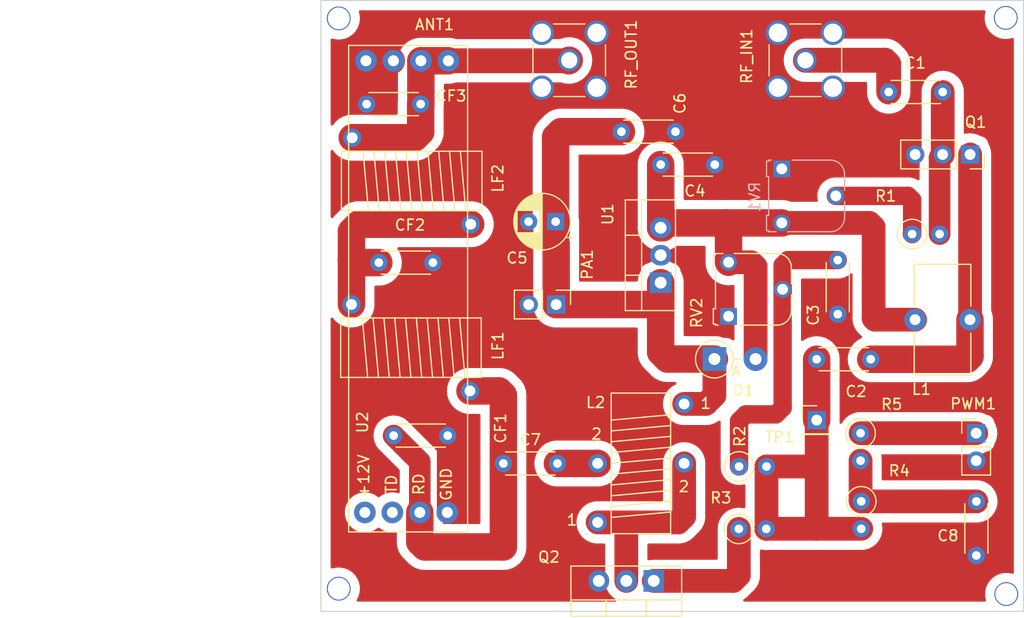
<source format=kicad_pcb>
(kicad_pcb (version 20171130) (host pcbnew 5.99.0+really5.1.10+dfsg1-1)

  (general
    (thickness 1.6)
    (drawings 14)
    (tracks 119)
    (zones 0)
    (modules 32)
    (nets 18)
  )

  (page User 200 200)
  (layers
    (0 F.Cu signal)
    (31 B.Cu signal hide)
    (33 F.Adhes user hide)
    (35 F.Paste user hide)
    (37 F.SilkS user)
    (38 B.Mask user hide)
    (39 F.Mask user hide)
    (40 Dwgs.User user hide)
    (41 Cmts.User user hide)
    (42 Eco1.User user hide)
    (43 Eco2.User user hide)
    (44 Edge.Cuts user)
    (45 Margin user hide)
    (46 B.CrtYd user hide)
    (47 F.CrtYd user)
    (49 F.Fab user)
  )

  (setup
    (last_trace_width 2.54)
    (user_trace_width 0.5)
    (user_trace_width 0.75)
    (user_trace_width 0.9)
    (user_trace_width 1)
    (user_trace_width 1.2)
    (user_trace_width 1.5)
    (user_trace_width 1.7)
    (user_trace_width 2)
    (user_trace_width 2.2)
    (user_trace_width 2.3)
    (user_trace_width 2.4)
    (user_trace_width 2.54)
    (trace_clearance 0.2)
    (zone_clearance 0.85)
    (zone_45_only no)
    (trace_min 0.2)
    (via_size 0.8)
    (via_drill 0.4)
    (via_min_size 0.4)
    (via_min_drill 0.3)
    (user_via 1.1 1)
    (user_via 2.2 2)
    (uvia_size 0.3)
    (uvia_drill 0.1)
    (uvias_allowed no)
    (uvia_min_size 0.2)
    (uvia_min_drill 0.1)
    (edge_width 0.1)
    (segment_width 0.2)
    (pcb_text_width 0.3)
    (pcb_text_size 1.5 1.5)
    (mod_edge_width 0.15)
    (mod_text_size 1 1)
    (mod_text_width 0.15)
    (pad_size 2.05 2.05)
    (pad_drill 1.5)
    (pad_to_mask_clearance 0)
    (aux_axis_origin 0 0)
    (visible_elements FFFFFF7F)
    (pcbplotparams
      (layerselection 0x011a0_7fffffff)
      (usegerberextensions false)
      (usegerberattributes true)
      (usegerberadvancedattributes true)
      (creategerberjobfile true)
      (excludeedgelayer true)
      (linewidth 0.100000)
      (plotframeref false)
      (viasonmask false)
      (mode 1)
      (useauxorigin false)
      (hpglpennumber 1)
      (hpglpenspeed 20)
      (hpglpendiameter 15.000000)
      (psnegative false)
      (psa4output false)
      (plotreference true)
      (plotvalue true)
      (plotinvisibletext false)
      (padsonsilk false)
      (subtractmaskfromsilk false)
      (outputformat 4)
      (mirror false)
      (drillshape 2)
      (scaleselection 1)
      (outputdirectory "plots/"))
  )

  (net 0 "")
  (net 1 GND)
  (net 2 +VDC)
  (net 3 "Net-(C3-Pad1)")
  (net 4 "Net-(PWM1-Pad1)")
  (net 5 /DC_BIAS_1)
  (net 6 "Net-(C2-Pad2)")
  (net 7 /DC_BIAS)
  (net 8 "Net-(C4-Pad2)")
  (net 9 "Net-(Q2-Pad1)")
  (net 10 "Net-(R1-Pad1)")
  (net 11 /DRAIN)
  (net 12 "Net-(C7-Pad2)")
  (net 13 "Net-(C8-Pad1)")
  (net 14 /8-10mW)
  (net 15 /RD_HACK)
  (net 16 "Net-(CF2-Pad1)")
  (net 17 "Net-(CF3-Pad1)")

  (net_class Default "This is the default net class."
    (clearance 0.2)
    (trace_width 0.25)
    (via_dia 0.8)
    (via_drill 0.4)
    (uvia_dia 0.3)
    (uvia_drill 0.1)
    (add_net +VDC)
    (add_net /8-10mW)
    (add_net /DC_BIAS)
    (add_net /DC_BIAS_1)
    (add_net /DRAIN)
    (add_net /RD_HACK)
    (add_net GND)
    (add_net "Net-(C2-Pad2)")
    (add_net "Net-(C3-Pad1)")
    (add_net "Net-(C4-Pad2)")
    (add_net "Net-(C7-Pad2)")
    (add_net "Net-(C8-Pad1)")
    (add_net "Net-(CF2-Pad1)")
    (add_net "Net-(CF3-Pad1)")
    (add_net "Net-(PWM1-Pad1)")
    (add_net "Net-(Q2-Pad1)")
    (add_net "Net-(R1-Pad1)")
  )

  (module "footprints:FT50-43 INDUCTOR" (layer F.Cu) (tedit 5ED525AF) (tstamp 616A6F7B)
    (at 86.9 76.19 270)
    (path /616BAA7B)
    (fp_text reference LF2 (at -0.244 0.032 90 unlocked) (layer F.SilkS)
      (effects (font (size 1 1) (thickness 0.15)))
    )
    (fp_text value "330nH (T50-6 9T)" (at 0 -0.5 270 unlocked) (layer F.Fab) hide
      (effects (font (size 1 1) (thickness 0.15)))
    )
    (fp_line (start -2.75 12.5) (end 2.75 12) (layer F.SilkS) (width 0.12))
    (fp_line (start -2.75 11.5) (end 2.75 11) (layer F.SilkS) (width 0.12))
    (fp_line (start -2.75 10.5) (end 2.75 10) (layer F.SilkS) (width 0.12))
    (fp_line (start -2.75 9.5) (end 2.75 9) (layer F.SilkS) (width 0.12))
    (fp_line (start -2.75 8.5) (end 2.75 8) (layer F.SilkS) (width 0.12))
    (fp_line (start -2.75 7.5) (end 2.75 7) (layer F.SilkS) (width 0.12))
    (fp_line (start -2.75 6.5) (end 2.75 6) (layer F.SilkS) (width 0.12))
    (fp_line (start -2.75 5.5) (end 2.75 5) (layer F.SilkS) (width 0.12))
    (fp_line (start -2.75 4.5) (end 2.75 4) (layer F.SilkS) (width 0.12))
    (fp_line (start -2.75 3.5) (end 2.75 3) (layer F.SilkS) (width 0.12))
    (fp_line (start 2.75 14.5) (end -2.75 14.5) (layer F.SilkS) (width 0.12))
    (fp_line (start 2.75 1.5) (end 2.75 14.5) (layer F.SilkS) (width 0.12))
    (fp_line (start -2.75 1.5) (end 2.75 1.5) (layer F.SilkS) (width 0.12))
    (fp_line (start -2.75 14.5) (end -2.75 1.5) (layer F.SilkS) (width 0.12))
    (fp_line (start -5 1) (end 5 1) (layer F.CrtYd) (width 0.12))
    (fp_line (start 5 1) (end 5 15) (layer F.CrtYd) (width 0.12))
    (fp_line (start 5 15) (end -5 15) (layer F.CrtYd) (width 0.12))
    (fp_line (start -5 15) (end -5 1) (layer F.CrtYd) (width 0.12))
    (pad 2 thru_hole circle (at -4 13.5 270) (size 1.7 1.7) (drill 1) (layers *.Cu *.Mask)
      (net 17 "Net-(CF3-Pad1)"))
    (pad 1 thru_hole circle (at 4 2.54 270) (size 1.7 1.7) (drill 1) (layers *.Cu *.Mask)
      (net 16 "Net-(CF2-Pad1)"))
  )

  (module "footprints:FT50-43 INDUCTOR" (layer F.Cu) (tedit 5ED525AF) (tstamp 616A6F58)
    (at 86.83 91.61 270)
    (path /616B4B69)
    (fp_text reference LF1 (at -0.17 -0.038 90 unlocked) (layer F.SilkS)
      (effects (font (size 1 1) (thickness 0.15)))
    )
    (fp_text value 330nH (at 0 -0.5 270 unlocked) (layer F.Fab) hide
      (effects (font (size 1 1) (thickness 0.15)))
    )
    (fp_line (start -2.75 12.5) (end 2.75 12) (layer F.SilkS) (width 0.12))
    (fp_line (start -2.75 11.5) (end 2.75 11) (layer F.SilkS) (width 0.12))
    (fp_line (start -2.75 10.5) (end 2.75 10) (layer F.SilkS) (width 0.12))
    (fp_line (start -2.75 9.5) (end 2.75 9) (layer F.SilkS) (width 0.12))
    (fp_line (start -2.75 8.5) (end 2.75 8) (layer F.SilkS) (width 0.12))
    (fp_line (start -2.75 7.5) (end 2.75 7) (layer F.SilkS) (width 0.12))
    (fp_line (start -2.75 6.5) (end 2.75 6) (layer F.SilkS) (width 0.12))
    (fp_line (start -2.75 5.5) (end 2.75 5) (layer F.SilkS) (width 0.12))
    (fp_line (start -2.75 4.5) (end 2.75 4) (layer F.SilkS) (width 0.12))
    (fp_line (start -2.75 3.5) (end 2.75 3) (layer F.SilkS) (width 0.12))
    (fp_line (start 2.75 14.5) (end -2.75 14.5) (layer F.SilkS) (width 0.12))
    (fp_line (start 2.75 1.5) (end 2.75 14.5) (layer F.SilkS) (width 0.12))
    (fp_line (start -2.75 1.5) (end 2.75 1.5) (layer F.SilkS) (width 0.12))
    (fp_line (start -2.75 14.5) (end -2.75 1.5) (layer F.SilkS) (width 0.12))
    (fp_line (start -5 1) (end 5 1) (layer F.CrtYd) (width 0.12))
    (fp_line (start 5 1) (end 5 15) (layer F.CrtYd) (width 0.12))
    (fp_line (start 5 15) (end -5 15) (layer F.CrtYd) (width 0.12))
    (fp_line (start -5 15) (end -5 1) (layer F.CrtYd) (width 0.12))
    (pad 2 thru_hole circle (at -4 13.5 270) (size 1.7 1.7) (drill 1) (layers *.Cu *.Mask)
      (net 16 "Net-(CF2-Pad1)"))
    (pad 1 thru_hole circle (at 4 2.54 270) (size 1.7 1.7) (drill 1) (layers *.Cu *.Mask)
      (net 15 /RD_HACK))
  )

  (module Capacitor_THT:C_Disc_D4.3mm_W1.9mm_P5.00mm (layer F.Cu) (tedit 5AE50EF0) (tstamp 616A6E9F)
    (at 79.73 69.08 180)
    (descr "C, Disc series, Radial, pin pitch=5.00mm, , diameter*width=4.3*1.9mm^2, Capacitor, http://www.vishay.com/docs/45233/krseries.pdf")
    (tags "C Disc series Radial pin pitch 5.00mm  diameter 4.3mm width 1.9mm Capacitor")
    (path /616B8219)
    (fp_text reference CF3 (at -2.82 0.754 180) (layer F.SilkS)
      (effects (font (size 1 1) (thickness 0.15)))
    )
    (fp_text value 100pF (at 2.5 2.2) (layer F.Fab) hide
      (effects (font (size 1 1) (thickness 0.15)))
    )
    (fp_line (start 0.35 -0.95) (end 0.35 0.95) (layer F.Fab) (width 0.1))
    (fp_line (start 0.35 0.95) (end 4.65 0.95) (layer F.Fab) (width 0.1))
    (fp_line (start 4.65 0.95) (end 4.65 -0.95) (layer F.Fab) (width 0.1))
    (fp_line (start 4.65 -0.95) (end 0.35 -0.95) (layer F.Fab) (width 0.1))
    (fp_line (start 0.23 -1.07) (end 4.77 -1.07) (layer F.SilkS) (width 0.12))
    (fp_line (start 0.23 1.07) (end 4.77 1.07) (layer F.SilkS) (width 0.12))
    (fp_line (start 0.23 -1.07) (end 0.23 -1.055) (layer F.SilkS) (width 0.12))
    (fp_line (start 0.23 1.055) (end 0.23 1.07) (layer F.SilkS) (width 0.12))
    (fp_line (start 4.77 -1.07) (end 4.77 -1.055) (layer F.SilkS) (width 0.12))
    (fp_line (start 4.77 1.055) (end 4.77 1.07) (layer F.SilkS) (width 0.12))
    (fp_line (start -1.05 -1.2) (end -1.05 1.2) (layer F.CrtYd) (width 0.05))
    (fp_line (start -1.05 1.2) (end 6.05 1.2) (layer F.CrtYd) (width 0.05))
    (fp_line (start 6.05 1.2) (end 6.05 -1.2) (layer F.CrtYd) (width 0.05))
    (fp_line (start 6.05 -1.2) (end -1.05 -1.2) (layer F.CrtYd) (width 0.05))
    (fp_text user %R (at 2.5 0) (layer F.Fab)
      (effects (font (size 0.86 0.86) (thickness 0.129)))
    )
    (pad 2 thru_hole circle (at 5 0 180) (size 1.6 1.6) (drill 0.8) (layers *.Cu *.Mask)
      (net 1 GND))
    (pad 1 thru_hole circle (at 0 0 180) (size 1.6 1.6) (drill 0.8) (layers *.Cu *.Mask)
      (net 17 "Net-(CF3-Pad1)"))
    (model ${KISYS3DMOD}/Capacitor_THT.3dshapes/C_Disc_D4.3mm_W1.9mm_P5.00mm.wrl
      (at (xyz 0 0 0))
      (scale (xyz 1 1 1))
      (rotate (xyz 0 0 0))
    )
  )

  (module Capacitor_THT:C_Disc_D4.3mm_W1.9mm_P5.00mm (layer F.Cu) (tedit 5AE50EF0) (tstamp 616A6E8A)
    (at 75.86 83.74)
    (descr "C, Disc series, Radial, pin pitch=5.00mm, , diameter*width=4.3*1.9mm^2, Capacitor, http://www.vishay.com/docs/45233/krseries.pdf")
    (tags "C Disc series Radial pin pitch 5.00mm  diameter 4.3mm width 1.9mm Capacitor")
    (path /616B5E04)
    (fp_text reference CF2 (at 2.88 -3.476 180) (layer F.SilkS)
      (effects (font (size 1 1) (thickness 0.15)))
    )
    (fp_text value 180pF (at 2.5 2.2) (layer F.Fab) hide
      (effects (font (size 1 1) (thickness 0.15)))
    )
    (fp_line (start 0.35 -0.95) (end 0.35 0.95) (layer F.Fab) (width 0.1))
    (fp_line (start 0.35 0.95) (end 4.65 0.95) (layer F.Fab) (width 0.1))
    (fp_line (start 4.65 0.95) (end 4.65 -0.95) (layer F.Fab) (width 0.1))
    (fp_line (start 4.65 -0.95) (end 0.35 -0.95) (layer F.Fab) (width 0.1))
    (fp_line (start 0.23 -1.07) (end 4.77 -1.07) (layer F.SilkS) (width 0.12))
    (fp_line (start 0.23 1.07) (end 4.77 1.07) (layer F.SilkS) (width 0.12))
    (fp_line (start 0.23 -1.07) (end 0.23 -1.055) (layer F.SilkS) (width 0.12))
    (fp_line (start 0.23 1.055) (end 0.23 1.07) (layer F.SilkS) (width 0.12))
    (fp_line (start 4.77 -1.07) (end 4.77 -1.055) (layer F.SilkS) (width 0.12))
    (fp_line (start 4.77 1.055) (end 4.77 1.07) (layer F.SilkS) (width 0.12))
    (fp_line (start -1.05 -1.2) (end -1.05 1.2) (layer F.CrtYd) (width 0.05))
    (fp_line (start -1.05 1.2) (end 6.05 1.2) (layer F.CrtYd) (width 0.05))
    (fp_line (start 6.05 1.2) (end 6.05 -1.2) (layer F.CrtYd) (width 0.05))
    (fp_line (start 6.05 -1.2) (end -1.05 -1.2) (layer F.CrtYd) (width 0.05))
    (fp_text user %R (at 2.59 -0.22) (layer F.Fab) hide
      (effects (font (size 0.86 0.86) (thickness 0.129)))
    )
    (pad 2 thru_hole circle (at 5 0) (size 1.6 1.6) (drill 0.8) (layers *.Cu *.Mask)
      (net 1 GND))
    (pad 1 thru_hole circle (at 0 0) (size 1.6 1.6) (drill 0.8) (layers *.Cu *.Mask)
      (net 16 "Net-(CF2-Pad1)"))
    (model ${KISYS3DMOD}/Capacitor_THT.3dshapes/C_Disc_D4.3mm_W1.9mm_P5.00mm.wrl
      (at (xyz 0 0 0))
      (scale (xyz 1 1 1))
      (rotate (xyz 0 0 0))
    )
  )

  (module Capacitor_THT:C_Disc_D4.3mm_W1.9mm_P5.00mm (layer F.Cu) (tedit 5AE50EF0) (tstamp 616A785A)
    (at 77.23 99.74)
    (descr "C, Disc series, Radial, pin pitch=5.00mm, , diameter*width=4.3*1.9mm^2, Capacitor, http://www.vishay.com/docs/45233/krseries.pdf")
    (tags "C Disc series Radial pin pitch 5.00mm  diameter 4.3mm width 1.9mm Capacitor")
    (path /616B308B)
    (fp_text reference CF1 (at 9.892 -0.68 90) (layer F.SilkS)
      (effects (font (size 1 1) (thickness 0.15)))
    )
    (fp_text value 100pF (at 2.5 2.2) (layer F.Fab) hide
      (effects (font (size 1 1) (thickness 0.15)))
    )
    (fp_line (start 0.35 -0.95) (end 0.35 0.95) (layer F.Fab) (width 0.1))
    (fp_line (start 0.35 0.95) (end 4.65 0.95) (layer F.Fab) (width 0.1))
    (fp_line (start 4.65 0.95) (end 4.65 -0.95) (layer F.Fab) (width 0.1))
    (fp_line (start 4.65 -0.95) (end 0.35 -0.95) (layer F.Fab) (width 0.1))
    (fp_line (start 0.23 -1.07) (end 4.77 -1.07) (layer F.SilkS) (width 0.12))
    (fp_line (start 0.23 1.07) (end 4.77 1.07) (layer F.SilkS) (width 0.12))
    (fp_line (start 0.23 -1.07) (end 0.23 -1.055) (layer F.SilkS) (width 0.12))
    (fp_line (start 0.23 1.055) (end 0.23 1.07) (layer F.SilkS) (width 0.12))
    (fp_line (start 4.77 -1.07) (end 4.77 -1.055) (layer F.SilkS) (width 0.12))
    (fp_line (start 4.77 1.055) (end 4.77 1.07) (layer F.SilkS) (width 0.12))
    (fp_line (start -1.05 -1.2) (end -1.05 1.2) (layer F.CrtYd) (width 0.05))
    (fp_line (start -1.05 1.2) (end 6.05 1.2) (layer F.CrtYd) (width 0.05))
    (fp_line (start 6.05 1.2) (end 6.05 -1.2) (layer F.CrtYd) (width 0.05))
    (fp_line (start 6.05 -1.2) (end -1.05 -1.2) (layer F.CrtYd) (width 0.05))
    (fp_text user %R (at 2.5 0) (layer F.Fab)
      (effects (font (size 0.86 0.86) (thickness 0.129)))
    )
    (pad 2 thru_hole circle (at 5 0) (size 1.6 1.6) (drill 0.8) (layers *.Cu *.Mask)
      (net 1 GND))
    (pad 1 thru_hole circle (at 0 0) (size 1.6 1.6) (drill 0.8) (layers *.Cu *.Mask)
      (net 15 /RD_HACK))
    (model ${KISYS3DMOD}/Capacitor_THT.3dshapes/C_Disc_D4.3mm_W1.9mm_P5.00mm.wrl
      (at (xyz 0 0 0))
      (scale (xyz 1 1 1))
      (rotate (xyz 0 0 0))
    )
  )

  (module Capacitor_THT:C_Disc_D4.3mm_W1.9mm_P5.00mm (layer F.Cu) (tedit 5AE50EF0) (tstamp 61556D9A)
    (at 98.298 71.628)
    (descr "C, Disc series, Radial, pin pitch=5.00mm, , diameter*width=4.3*1.9mm^2, Capacitor, http://www.vishay.com/docs/45233/krseries.pdf")
    (tags "C Disc series Radial pin pitch 5.00mm  diameter 4.3mm width 1.9mm Capacitor")
    (path /6155A522)
    (fp_text reference C6 (at 5.41 -2.61 270) (layer F.SilkS)
      (effects (font (size 1 1) (thickness 0.15)))
    )
    (fp_text value 100nF (at 2.5 2.2) (layer F.Fab) hide
      (effects (font (size 1 1) (thickness 0.15)))
    )
    (fp_line (start 0.35 -0.95) (end 0.35 0.95) (layer F.Fab) (width 0.1))
    (fp_line (start 0.35 0.95) (end 4.65 0.95) (layer F.Fab) (width 0.1))
    (fp_line (start 4.65 0.95) (end 4.65 -0.95) (layer F.Fab) (width 0.1))
    (fp_line (start 4.65 -0.95) (end 0.35 -0.95) (layer F.Fab) (width 0.1))
    (fp_line (start 0.23 -1.07) (end 4.77 -1.07) (layer F.SilkS) (width 0.12))
    (fp_line (start 0.23 1.07) (end 4.77 1.07) (layer F.SilkS) (width 0.12))
    (fp_line (start 0.23 -1.07) (end 0.23 -1.055) (layer F.SilkS) (width 0.12))
    (fp_line (start 0.23 1.055) (end 0.23 1.07) (layer F.SilkS) (width 0.12))
    (fp_line (start 4.77 -1.07) (end 4.77 -1.055) (layer F.SilkS) (width 0.12))
    (fp_line (start 4.77 1.055) (end 4.77 1.07) (layer F.SilkS) (width 0.12))
    (fp_line (start -1.05 -1.2) (end -1.05 1.2) (layer F.CrtYd) (width 0.05))
    (fp_line (start -1.05 1.2) (end 6.05 1.2) (layer F.CrtYd) (width 0.05))
    (fp_line (start 6.05 1.2) (end 6.05 -1.2) (layer F.CrtYd) (width 0.05))
    (fp_line (start 6.05 -1.2) (end -1.05 -1.2) (layer F.CrtYd) (width 0.05))
    (fp_text user %R (at 2.5 0) (layer F.Fab)
      (effects (font (size 0.86 0.86) (thickness 0.129)))
    )
    (pad 2 thru_hole circle (at 5 0) (size 1.6 1.6) (drill 0.8) (layers *.Cu *.Mask)
      (net 1 GND))
    (pad 1 thru_hole circle (at 0 0) (size 1.6 1.6) (drill 0.8) (layers *.Cu *.Mask)
      (net 2 +VDC))
    (model ${KISYS3DMOD}/Capacitor_THT.3dshapes/C_Disc_D4.3mm_W1.9mm_P5.00mm.wrl
      (at (xyz 0 0 0))
      (scale (xyz 1 1 1))
      (rotate (xyz 0 0 0))
    )
  )

  (module Capacitor_THT:CP_Radial_D5.0mm_P2.50mm (layer F.Cu) (tedit 5AE50EF0) (tstamp 615559F0)
    (at 92.214 79.95 180)
    (descr "CP, Radial series, Radial, pin pitch=2.50mm, , diameter=5mm, Electrolytic Capacitor")
    (tags "CP Radial series Radial pin pitch 2.50mm  diameter 5mm Electrolytic Capacitor")
    (path /6068F2D2)
    (fp_text reference C5 (at 3.568 -3.362) (layer F.SilkS)
      (effects (font (size 1 1) (thickness 0.15)))
    )
    (fp_text value "10uF 50v" (at 1.25 3.75) (layer F.Fab) hide
      (effects (font (size 1 1) (thickness 0.15)))
    )
    (fp_line (start -1.304775 -1.725) (end -1.304775 -1.225) (layer F.SilkS) (width 0.12))
    (fp_line (start -1.554775 -1.475) (end -1.054775 -1.475) (layer F.SilkS) (width 0.12))
    (fp_line (start 3.851 -0.284) (end 3.851 0.284) (layer F.SilkS) (width 0.12))
    (fp_line (start 3.811 -0.518) (end 3.811 0.518) (layer F.SilkS) (width 0.12))
    (fp_line (start 3.771 -0.677) (end 3.771 0.677) (layer F.SilkS) (width 0.12))
    (fp_line (start 3.731 -0.805) (end 3.731 0.805) (layer F.SilkS) (width 0.12))
    (fp_line (start 3.691 -0.915) (end 3.691 0.915) (layer F.SilkS) (width 0.12))
    (fp_line (start 3.651 -1.011) (end 3.651 1.011) (layer F.SilkS) (width 0.12))
    (fp_line (start 3.611 -1.098) (end 3.611 1.098) (layer F.SilkS) (width 0.12))
    (fp_line (start 3.571 -1.178) (end 3.571 1.178) (layer F.SilkS) (width 0.12))
    (fp_line (start 3.531 1.04) (end 3.531 1.251) (layer F.SilkS) (width 0.12))
    (fp_line (start 3.531 -1.251) (end 3.531 -1.04) (layer F.SilkS) (width 0.12))
    (fp_line (start 3.491 1.04) (end 3.491 1.319) (layer F.SilkS) (width 0.12))
    (fp_line (start 3.491 -1.319) (end 3.491 -1.04) (layer F.SilkS) (width 0.12))
    (fp_line (start 3.451 1.04) (end 3.451 1.383) (layer F.SilkS) (width 0.12))
    (fp_line (start 3.451 -1.383) (end 3.451 -1.04) (layer F.SilkS) (width 0.12))
    (fp_line (start 3.411 1.04) (end 3.411 1.443) (layer F.SilkS) (width 0.12))
    (fp_line (start 3.411 -1.443) (end 3.411 -1.04) (layer F.SilkS) (width 0.12))
    (fp_line (start 3.371 1.04) (end 3.371 1.5) (layer F.SilkS) (width 0.12))
    (fp_line (start 3.371 -1.5) (end 3.371 -1.04) (layer F.SilkS) (width 0.12))
    (fp_line (start 3.331 1.04) (end 3.331 1.554) (layer F.SilkS) (width 0.12))
    (fp_line (start 3.331 -1.554) (end 3.331 -1.04) (layer F.SilkS) (width 0.12))
    (fp_line (start 3.291 1.04) (end 3.291 1.605) (layer F.SilkS) (width 0.12))
    (fp_line (start 3.291 -1.605) (end 3.291 -1.04) (layer F.SilkS) (width 0.12))
    (fp_line (start 3.251 1.04) (end 3.251 1.653) (layer F.SilkS) (width 0.12))
    (fp_line (start 3.251 -1.653) (end 3.251 -1.04) (layer F.SilkS) (width 0.12))
    (fp_line (start 3.211 1.04) (end 3.211 1.699) (layer F.SilkS) (width 0.12))
    (fp_line (start 3.211 -1.699) (end 3.211 -1.04) (layer F.SilkS) (width 0.12))
    (fp_line (start 3.171 1.04) (end 3.171 1.743) (layer F.SilkS) (width 0.12))
    (fp_line (start 3.171 -1.743) (end 3.171 -1.04) (layer F.SilkS) (width 0.12))
    (fp_line (start 3.131 1.04) (end 3.131 1.785) (layer F.SilkS) (width 0.12))
    (fp_line (start 3.131 -1.785) (end 3.131 -1.04) (layer F.SilkS) (width 0.12))
    (fp_line (start 3.091 1.04) (end 3.091 1.826) (layer F.SilkS) (width 0.12))
    (fp_line (start 3.091 -1.826) (end 3.091 -1.04) (layer F.SilkS) (width 0.12))
    (fp_line (start 3.051 1.04) (end 3.051 1.864) (layer F.SilkS) (width 0.12))
    (fp_line (start 3.051 -1.864) (end 3.051 -1.04) (layer F.SilkS) (width 0.12))
    (fp_line (start 3.011 1.04) (end 3.011 1.901) (layer F.SilkS) (width 0.12))
    (fp_line (start 3.011 -1.901) (end 3.011 -1.04) (layer F.SilkS) (width 0.12))
    (fp_line (start 2.971 1.04) (end 2.971 1.937) (layer F.SilkS) (width 0.12))
    (fp_line (start 2.971 -1.937) (end 2.971 -1.04) (layer F.SilkS) (width 0.12))
    (fp_line (start 2.931 1.04) (end 2.931 1.971) (layer F.SilkS) (width 0.12))
    (fp_line (start 2.931 -1.971) (end 2.931 -1.04) (layer F.SilkS) (width 0.12))
    (fp_line (start 2.891 1.04) (end 2.891 2.004) (layer F.SilkS) (width 0.12))
    (fp_line (start 2.891 -2.004) (end 2.891 -1.04) (layer F.SilkS) (width 0.12))
    (fp_line (start 2.851 1.04) (end 2.851 2.035) (layer F.SilkS) (width 0.12))
    (fp_line (start 2.851 -2.035) (end 2.851 -1.04) (layer F.SilkS) (width 0.12))
    (fp_line (start 2.811 1.04) (end 2.811 2.065) (layer F.SilkS) (width 0.12))
    (fp_line (start 2.811 -2.065) (end 2.811 -1.04) (layer F.SilkS) (width 0.12))
    (fp_line (start 2.771 1.04) (end 2.771 2.095) (layer F.SilkS) (width 0.12))
    (fp_line (start 2.771 -2.095) (end 2.771 -1.04) (layer F.SilkS) (width 0.12))
    (fp_line (start 2.731 1.04) (end 2.731 2.122) (layer F.SilkS) (width 0.12))
    (fp_line (start 2.731 -2.122) (end 2.731 -1.04) (layer F.SilkS) (width 0.12))
    (fp_line (start 2.691 1.04) (end 2.691 2.149) (layer F.SilkS) (width 0.12))
    (fp_line (start 2.691 -2.149) (end 2.691 -1.04) (layer F.SilkS) (width 0.12))
    (fp_line (start 2.651 1.04) (end 2.651 2.175) (layer F.SilkS) (width 0.12))
    (fp_line (start 2.651 -2.175) (end 2.651 -1.04) (layer F.SilkS) (width 0.12))
    (fp_line (start 2.611 1.04) (end 2.611 2.2) (layer F.SilkS) (width 0.12))
    (fp_line (start 2.611 -2.2) (end 2.611 -1.04) (layer F.SilkS) (width 0.12))
    (fp_line (start 2.571 1.04) (end 2.571 2.224) (layer F.SilkS) (width 0.12))
    (fp_line (start 2.571 -2.224) (end 2.571 -1.04) (layer F.SilkS) (width 0.12))
    (fp_line (start 2.531 1.04) (end 2.531 2.247) (layer F.SilkS) (width 0.12))
    (fp_line (start 2.531 -2.247) (end 2.531 -1.04) (layer F.SilkS) (width 0.12))
    (fp_line (start 2.491 1.04) (end 2.491 2.268) (layer F.SilkS) (width 0.12))
    (fp_line (start 2.491 -2.268) (end 2.491 -1.04) (layer F.SilkS) (width 0.12))
    (fp_line (start 2.451 1.04) (end 2.451 2.29) (layer F.SilkS) (width 0.12))
    (fp_line (start 2.451 -2.29) (end 2.451 -1.04) (layer F.SilkS) (width 0.12))
    (fp_line (start 2.411 1.04) (end 2.411 2.31) (layer F.SilkS) (width 0.12))
    (fp_line (start 2.411 -2.31) (end 2.411 -1.04) (layer F.SilkS) (width 0.12))
    (fp_line (start 2.371 1.04) (end 2.371 2.329) (layer F.SilkS) (width 0.12))
    (fp_line (start 2.371 -2.329) (end 2.371 -1.04) (layer F.SilkS) (width 0.12))
    (fp_line (start 2.331 1.04) (end 2.331 2.348) (layer F.SilkS) (width 0.12))
    (fp_line (start 2.331 -2.348) (end 2.331 -1.04) (layer F.SilkS) (width 0.12))
    (fp_line (start 2.291 1.04) (end 2.291 2.365) (layer F.SilkS) (width 0.12))
    (fp_line (start 2.291 -2.365) (end 2.291 -1.04) (layer F.SilkS) (width 0.12))
    (fp_line (start 2.251 1.04) (end 2.251 2.382) (layer F.SilkS) (width 0.12))
    (fp_line (start 2.251 -2.382) (end 2.251 -1.04) (layer F.SilkS) (width 0.12))
    (fp_line (start 2.211 1.04) (end 2.211 2.398) (layer F.SilkS) (width 0.12))
    (fp_line (start 2.211 -2.398) (end 2.211 -1.04) (layer F.SilkS) (width 0.12))
    (fp_line (start 2.171 1.04) (end 2.171 2.414) (layer F.SilkS) (width 0.12))
    (fp_line (start 2.171 -2.414) (end 2.171 -1.04) (layer F.SilkS) (width 0.12))
    (fp_line (start 2.131 1.04) (end 2.131 2.428) (layer F.SilkS) (width 0.12))
    (fp_line (start 2.131 -2.428) (end 2.131 -1.04) (layer F.SilkS) (width 0.12))
    (fp_line (start 2.091 1.04) (end 2.091 2.442) (layer F.SilkS) (width 0.12))
    (fp_line (start 2.091 -2.442) (end 2.091 -1.04) (layer F.SilkS) (width 0.12))
    (fp_line (start 2.051 1.04) (end 2.051 2.455) (layer F.SilkS) (width 0.12))
    (fp_line (start 2.051 -2.455) (end 2.051 -1.04) (layer F.SilkS) (width 0.12))
    (fp_line (start 2.011 1.04) (end 2.011 2.468) (layer F.SilkS) (width 0.12))
    (fp_line (start 2.011 -2.468) (end 2.011 -1.04) (layer F.SilkS) (width 0.12))
    (fp_line (start 1.971 1.04) (end 1.971 2.48) (layer F.SilkS) (width 0.12))
    (fp_line (start 1.971 -2.48) (end 1.971 -1.04) (layer F.SilkS) (width 0.12))
    (fp_line (start 1.93 1.04) (end 1.93 2.491) (layer F.SilkS) (width 0.12))
    (fp_line (start 1.93 -2.491) (end 1.93 -1.04) (layer F.SilkS) (width 0.12))
    (fp_line (start 1.89 1.04) (end 1.89 2.501) (layer F.SilkS) (width 0.12))
    (fp_line (start 1.89 -2.501) (end 1.89 -1.04) (layer F.SilkS) (width 0.12))
    (fp_line (start 1.85 1.04) (end 1.85 2.511) (layer F.SilkS) (width 0.12))
    (fp_line (start 1.85 -2.511) (end 1.85 -1.04) (layer F.SilkS) (width 0.12))
    (fp_line (start 1.81 1.04) (end 1.81 2.52) (layer F.SilkS) (width 0.12))
    (fp_line (start 1.81 -2.52) (end 1.81 -1.04) (layer F.SilkS) (width 0.12))
    (fp_line (start 1.77 1.04) (end 1.77 2.528) (layer F.SilkS) (width 0.12))
    (fp_line (start 1.77 -2.528) (end 1.77 -1.04) (layer F.SilkS) (width 0.12))
    (fp_line (start 1.73 1.04) (end 1.73 2.536) (layer F.SilkS) (width 0.12))
    (fp_line (start 1.73 -2.536) (end 1.73 -1.04) (layer F.SilkS) (width 0.12))
    (fp_line (start 1.69 1.04) (end 1.69 2.543) (layer F.SilkS) (width 0.12))
    (fp_line (start 1.69 -2.543) (end 1.69 -1.04) (layer F.SilkS) (width 0.12))
    (fp_line (start 1.65 1.04) (end 1.65 2.55) (layer F.SilkS) (width 0.12))
    (fp_line (start 1.65 -2.55) (end 1.65 -1.04) (layer F.SilkS) (width 0.12))
    (fp_line (start 1.61 1.04) (end 1.61 2.556) (layer F.SilkS) (width 0.12))
    (fp_line (start 1.61 -2.556) (end 1.61 -1.04) (layer F.SilkS) (width 0.12))
    (fp_line (start 1.57 1.04) (end 1.57 2.561) (layer F.SilkS) (width 0.12))
    (fp_line (start 1.57 -2.561) (end 1.57 -1.04) (layer F.SilkS) (width 0.12))
    (fp_line (start 1.53 1.04) (end 1.53 2.565) (layer F.SilkS) (width 0.12))
    (fp_line (start 1.53 -2.565) (end 1.53 -1.04) (layer F.SilkS) (width 0.12))
    (fp_line (start 1.49 1.04) (end 1.49 2.569) (layer F.SilkS) (width 0.12))
    (fp_line (start 1.49 -2.569) (end 1.49 -1.04) (layer F.SilkS) (width 0.12))
    (fp_line (start 1.45 -2.573) (end 1.45 2.573) (layer F.SilkS) (width 0.12))
    (fp_line (start 1.41 -2.576) (end 1.41 2.576) (layer F.SilkS) (width 0.12))
    (fp_line (start 1.37 -2.578) (end 1.37 2.578) (layer F.SilkS) (width 0.12))
    (fp_line (start 1.33 -2.579) (end 1.33 2.579) (layer F.SilkS) (width 0.12))
    (fp_line (start 1.29 -2.58) (end 1.29 2.58) (layer F.SilkS) (width 0.12))
    (fp_line (start 1.25 -2.58) (end 1.25 2.58) (layer F.SilkS) (width 0.12))
    (fp_line (start -0.633605 -1.3375) (end -0.633605 -0.8375) (layer F.Fab) (width 0.1))
    (fp_line (start -0.883605 -1.0875) (end -0.383605 -1.0875) (layer F.Fab) (width 0.1))
    (fp_circle (center 1.25 0) (end 4 0) (layer F.CrtYd) (width 0.05))
    (fp_circle (center 1.25 0) (end 3.87 0) (layer F.SilkS) (width 0.12))
    (fp_circle (center 1.25 0) (end 3.75 0) (layer F.Fab) (width 0.1))
    (fp_text user %R (at 1.25 0) (layer F.Fab)
      (effects (font (size 1 1) (thickness 0.15)))
    )
    (pad 2 thru_hole circle (at 2.5 0 180) (size 1.6 1.6) (drill 0.8) (layers *.Cu *.Mask)
      (net 1 GND))
    (pad 1 thru_hole rect (at 0 0 180) (size 1.6 1.6) (drill 0.8) (layers *.Cu *.Mask)
      (net 2 +VDC))
    (model ${KISYS3DMOD}/Capacitor_THT.3dshapes/CP_Radial_D5.0mm_P2.50mm.wrl
      (at (xyz 0 0 0))
      (scale (xyz 1 1 1))
      (rotate (xyz 0 0 0))
    )
  )

  (module Connector_PinHeader_2.54mm:PinHeader_1x01_P2.54mm_Vertical (layer F.Cu) (tedit 59FED5CC) (tstamp 61554968)
    (at 116.36 98.31)
    (descr "Through hole straight pin header, 1x01, 2.54mm pitch, single row")
    (tags "Through hole pin header THT 1x01 2.54mm single row")
    (path /61582AB5)
    (fp_text reference TP1 (at -3.42 1.57) (layer F.SilkS)
      (effects (font (size 1 1) (thickness 0.15)))
    )
    (fp_text value TestPoint (at 0 2.33) (layer F.Fab) hide
      (effects (font (size 1 1) (thickness 0.15)))
    )
    (fp_line (start -0.635 -1.27) (end 1.27 -1.27) (layer F.Fab) (width 0.1))
    (fp_line (start 1.27 -1.27) (end 1.27 1.27) (layer F.Fab) (width 0.1))
    (fp_line (start 1.27 1.27) (end -1.27 1.27) (layer F.Fab) (width 0.1))
    (fp_line (start -1.27 1.27) (end -1.27 -0.635) (layer F.Fab) (width 0.1))
    (fp_line (start -1.27 -0.635) (end -0.635 -1.27) (layer F.Fab) (width 0.1))
    (fp_line (start -1.33 1.33) (end 1.33 1.33) (layer F.SilkS) (width 0.12))
    (fp_line (start -1.33 1.27) (end -1.33 1.33) (layer F.SilkS) (width 0.12))
    (fp_line (start 1.33 1.27) (end 1.33 1.33) (layer F.SilkS) (width 0.12))
    (fp_line (start -1.33 1.27) (end 1.33 1.27) (layer F.SilkS) (width 0.12))
    (fp_line (start -1.33 0) (end -1.33 -1.33) (layer F.SilkS) (width 0.12))
    (fp_line (start -1.33 -1.33) (end 0 -1.33) (layer F.SilkS) (width 0.12))
    (fp_line (start -1.8 -1.8) (end -1.8 1.8) (layer F.CrtYd) (width 0.05))
    (fp_line (start -1.8 1.8) (end 1.8 1.8) (layer F.CrtYd) (width 0.05))
    (fp_line (start 1.8 1.8) (end 1.8 -1.8) (layer F.CrtYd) (width 0.05))
    (fp_line (start 1.8 -1.8) (end -1.8 -1.8) (layer F.CrtYd) (width 0.05))
    (fp_text user %R (at 0 0 90) (layer F.Fab)
      (effects (font (size 1 1) (thickness 0.15)))
    )
    (pad 1 thru_hole rect (at 0 0) (size 1.7 1.7) (drill 1) (layers *.Cu *.Mask)
      (net 7 /DC_BIAS))
    (model ${KISYS3DMOD}/Connector_PinHeader_2.54mm.3dshapes/PinHeader_1x01_P2.54mm_Vertical.wrl
      (at (xyz 0 0 0))
      (scale (xyz 1 1 1))
      (rotate (xyz 0 0 0))
    )
  )

  (module Potentiometer_THT:Potentiometer_Runtron_RM-065_Vertical (layer B.Cu) (tedit 5BF6754C) (tstamp 61551626)
    (at 113.13 75.07 270)
    (descr "Potentiometer, vertical, Trimmer, RM-065 http://www.runtron.com/down/PDF%20Datasheet/Carbon%20Film%20Potentiometer/RM065%20RM063.pdf")
    (tags "Potentiometer Trimmer RM-065")
    (path /614F3E55)
    (fp_text reference RV1 (at 2.6 2.5 270) (layer B.SilkS)
      (effects (font (size 1 1) (thickness 0.15)) (justify mirror))
    )
    (fp_text value 4.7k (at 2.6 -7.4 270) (layer B.Fab)
      (effects (font (size 1 1) (thickness 0.15)) (justify mirror))
    )
    (fp_line (start -0.71 1.41) (end 0.71 1.41) (layer B.SilkS) (width 0.12))
    (fp_line (start 0.71 1.21) (end 4.29 1.21) (layer B.SilkS) (width 0.12))
    (fp_line (start 4.29 1.21) (end 4.29 1.41) (layer B.SilkS) (width 0.12))
    (fp_line (start 4.29 1.41) (end 5.71 1.41) (layer B.SilkS) (width 0.12))
    (fp_line (start 5.71 1.41) (end 5.71 1.21) (layer B.SilkS) (width 0.12))
    (fp_line (start 1.99 -5.81) (end 0.5 -5.81) (layer B.SilkS) (width 0.12))
    (fp_line (start -0.81 -4.5) (end -0.81 -0.96) (layer B.SilkS) (width 0.12))
    (fp_line (start 5.81 -0.52) (end 5.81 -4.5) (layer B.SilkS) (width 0.12))
    (fp_line (start 4.5 -5.81) (end 3.01 -5.81) (layer B.SilkS) (width 0.12))
    (fp_line (start 0.5 -5.7) (end 4.5 -5.7) (layer B.Fab) (width 0.1))
    (fp_line (start 5.7 -4.5) (end 5.7 1.1) (layer B.Fab) (width 0.1))
    (fp_line (start -0.7 -4.5) (end -0.7 1.1) (layer B.Fab) (width 0.1))
    (fp_line (start -0.6 1.1) (end -0.6 1.3) (layer B.Fab) (width 0.1))
    (fp_line (start -0.6 1.3) (end 0.6 1.3) (layer B.Fab) (width 0.1))
    (fp_line (start 0.6 1.3) (end 0.6 1.1) (layer B.Fab) (width 0.1))
    (fp_line (start 5.6 1.1) (end 5.6 1.3) (layer B.Fab) (width 0.1))
    (fp_line (start 5.6 1.3) (end 4.41 1.3) (layer B.Fab) (width 0.1))
    (fp_line (start 4.4 1.3) (end 4.4 1.1) (layer B.Fab) (width 0.1))
    (fp_line (start 5.7 1.1) (end -0.7 1.1) (layer B.Fab) (width 0.1))
    (fp_line (start 6.05 -6.03) (end -1.05 -6.03) (layer B.CrtYd) (width 0.05))
    (fp_line (start 6.03 -6.05) (end 6.03 1.55) (layer B.CrtYd) (width 0.05))
    (fp_line (start -1.03 1.55) (end -1.03 -6.05) (layer B.CrtYd) (width 0.05))
    (fp_line (start -1.03 1.55) (end 6.03 1.55) (layer B.CrtYd) (width 0.05))
    (fp_circle (center 2.5 -2.5) (end 5.5 -2.5) (layer B.Fab) (width 0.1))
    (fp_line (start 0.71 1.21) (end 0.71 1.41) (layer B.SilkS) (width 0.12))
    (fp_line (start -0.71 1.41) (end -0.71 1.21) (layer B.SilkS) (width 0.12))
    (fp_line (start -0.71 1.21) (end -0.81 1.21) (layer B.SilkS) (width 0.12))
    (fp_line (start -0.81 1.21) (end -0.81 0.96) (layer B.SilkS) (width 0.12))
    (fp_line (start 5.71 1.21) (end 5.81 1.21) (layer B.SilkS) (width 0.12))
    (fp_line (start 5.81 1.21) (end 5.81 0.52) (layer B.SilkS) (width 0.12))
    (fp_arc (start 4.5 -4.5) (end 4.5 -5.81) (angle 90) (layer B.SilkS) (width 0.12))
    (fp_arc (start 0.5 -4.5) (end -0.81 -4.5) (angle 90) (layer B.SilkS) (width 0.12))
    (fp_arc (start 0.5 -4.5) (end -0.7 -4.5) (angle 90) (layer B.Fab) (width 0.1))
    (fp_arc (start 4.5 -4.5) (end 4.5 -5.7) (angle 90) (layer B.Fab) (width 0.1))
    (fp_text user %R (at 2.5 -2.5 270) (layer B.Fab)
      (effects (font (size 1 1) (thickness 0.15)) (justify mirror))
    )
    (pad 3 thru_hole circle (at 5 0 270) (size 1.55 1.55) (drill 1) (layers *.Cu *.Mask)
      (net 8 "Net-(C4-Pad2)"))
    (pad 1 thru_hole rect (at 0 0 270) (size 1.55 1.55) (drill 1) (layers *.Cu *.Mask)
      (net 1 GND))
    (pad 2 thru_hole circle (at 2.5 -5 270) (size 1.55 1.55) (drill 1) (layers *.Cu *.Mask)
      (net 10 "Net-(R1-Pad1)"))
    (model ${KIPRJMOD}/models/Poti_10kohm.stp
      (offset (xyz 2.5 -3.3 -1.5))
      (scale (xyz 1 1 1))
      (rotate (xyz -180 0 90))
    )
  )

  (module Diode_THT:D_DO-41_SOD81_P3.81mm_Vertical_AnodeUp (layer F.Cu) (tedit 5B526DD3) (tstamp 614DF06E)
    (at 106.9 92.66)
    (descr "Diode, DO-41_SOD81 series, Axial, Vertical, pin pitch=3.81mm, , length*diameter=5.2*2.7mm^2, , https://www.diodes.com/assets/Package-Files/DO-41-Plastic.pdf")
    (tags "Diode DO-41_SOD81 series Axial Vertical pin pitch 3.81mm  length 5.2mm diameter 2.7mm")
    (path /61502329)
    (fp_text reference D1 (at 2.69 2.9 180) (layer F.SilkS)
      (effects (font (size 1 1) (thickness 0.15)))
    )
    (fp_text value 1N4007 (at 1.71 3.05) (layer F.Fab) hide
      (effects (font (size 1 1) (thickness 0.15)))
    )
    (fp_circle (center 0 0) (end 1.35 0) (layer F.Fab) (width 0.1))
    (fp_circle (center 0 0) (end 1.750635 0) (layer F.SilkS) (width 0.12))
    (fp_line (start 0 0) (end 3.81 0) (layer F.Fab) (width 0.1))
    (fp_line (start 1.750635 0) (end 2.41 0) (layer F.SilkS) (width 0.12))
    (fp_line (start -1.6 -1.6) (end -1.6 1.6) (layer F.CrtYd) (width 0.05))
    (fp_line (start -1.6 1.6) (end 5.16 1.6) (layer F.CrtYd) (width 0.05))
    (fp_line (start 5.16 1.6) (end 5.16 -1.6) (layer F.CrtYd) (width 0.05))
    (fp_line (start 5.16 -1.6) (end -1.6 -1.6) (layer F.CrtYd) (width 0.05))
    (fp_text user A (at 2.01 1.1) (layer F.SilkS)
      (effects (font (size 1 1) (thickness 0.15)))
    )
    (fp_text user A (at 2.01 1.1) (layer F.Fab)
      (effects (font (size 1 1) (thickness 0.15)))
    )
    (fp_text user %R (at 1.905 -2.750635) (layer F.Fab) hide
      (effects (font (size 1 1) (thickness 0.15)))
    )
    (pad 2 thru_hole oval (at 3.81 0) (size 2.2 2.2) (drill 1.1) (layers *.Cu *.Mask)
      (net 8 "Net-(C4-Pad2)"))
    (pad 1 thru_hole rect (at 0 0) (size 2.2 2.2) (drill 1.1) (layers *.Cu *.Mask)
      (net 2 +VDC))
    (model ${KISYS3DMOD}/Diode_THT.3dshapes/D_DO-41_SOD81_P3.81mm_Vertical_AnodeUp.wrl
      (at (xyz 0 0 0))
      (scale (xyz 1 1 1))
      (rotate (xyz 0 0 0))
    )
  )

  (module Potentiometer_THT:Potentiometer_Runtron_RM-065_Vertical (layer F.Cu) (tedit 5BF6754C) (tstamp 615502A7)
    (at 108.21 88.71 90)
    (descr "Potentiometer, vertical, Trimmer, RM-065 http://www.runtron.com/down/PDF%20Datasheet/Carbon%20Film%20Potentiometer/RM065%20RM063.pdf")
    (tags "Potentiometer Trimmer RM-065")
    (path /61088B73)
    (fp_text reference RV2 (at 0.318 -2.95 90) (layer F.SilkS)
      (effects (font (size 1 1) (thickness 0.15)))
    )
    (fp_text value 4.7k (at 2.6 7.4 90) (layer F.Fab) hide
      (effects (font (size 1 1) (thickness 0.15)))
    )
    (fp_line (start 5.81 -1.21) (end 5.81 -0.52) (layer F.SilkS) (width 0.12))
    (fp_line (start 5.71 -1.21) (end 5.81 -1.21) (layer F.SilkS) (width 0.12))
    (fp_line (start -0.81 -1.21) (end -0.81 -0.96) (layer F.SilkS) (width 0.12))
    (fp_line (start -0.71 -1.21) (end -0.81 -1.21) (layer F.SilkS) (width 0.12))
    (fp_line (start -0.71 -1.41) (end -0.71 -1.21) (layer F.SilkS) (width 0.12))
    (fp_line (start 0.71 -1.21) (end 0.71 -1.41) (layer F.SilkS) (width 0.12))
    (fp_circle (center 2.5 2.5) (end 5.5 2.5) (layer F.Fab) (width 0.1))
    (fp_line (start -1.03 -1.55) (end 6.03 -1.55) (layer F.CrtYd) (width 0.05))
    (fp_line (start -1.03 -1.55) (end -1.03 6.05) (layer F.CrtYd) (width 0.05))
    (fp_line (start 6.03 6.05) (end 6.03 -1.55) (layer F.CrtYd) (width 0.05))
    (fp_line (start 6.05 6.03) (end -1.05 6.03) (layer F.CrtYd) (width 0.05))
    (fp_line (start 5.7 -1.1) (end -0.7 -1.1) (layer F.Fab) (width 0.1))
    (fp_line (start 4.4 -1.3) (end 4.4 -1.1) (layer F.Fab) (width 0.1))
    (fp_line (start 5.6 -1.3) (end 4.41 -1.3) (layer F.Fab) (width 0.1))
    (fp_line (start 5.6 -1.1) (end 5.6 -1.3) (layer F.Fab) (width 0.1))
    (fp_line (start 0.6 -1.3) (end 0.6 -1.1) (layer F.Fab) (width 0.1))
    (fp_line (start -0.6 -1.3) (end 0.6 -1.3) (layer F.Fab) (width 0.1))
    (fp_line (start -0.6 -1.1) (end -0.6 -1.3) (layer F.Fab) (width 0.1))
    (fp_line (start -0.7 4.5) (end -0.7 -1.1) (layer F.Fab) (width 0.1))
    (fp_line (start 5.7 4.5) (end 5.7 -1.1) (layer F.Fab) (width 0.1))
    (fp_line (start 0.5 5.7) (end 4.5 5.7) (layer F.Fab) (width 0.1))
    (fp_line (start 4.5 5.81) (end 3.01 5.81) (layer F.SilkS) (width 0.12))
    (fp_line (start 5.81 0.52) (end 5.81 4.5) (layer F.SilkS) (width 0.12))
    (fp_line (start -0.81 4.5) (end -0.81 0.96) (layer F.SilkS) (width 0.12))
    (fp_line (start 1.99 5.81) (end 0.5 5.81) (layer F.SilkS) (width 0.12))
    (fp_line (start 5.71 -1.41) (end 5.71 -1.21) (layer F.SilkS) (width 0.12))
    (fp_line (start 4.29 -1.41) (end 5.71 -1.41) (layer F.SilkS) (width 0.12))
    (fp_line (start 4.29 -1.21) (end 4.29 -1.41) (layer F.SilkS) (width 0.12))
    (fp_line (start 0.71 -1.21) (end 4.29 -1.21) (layer F.SilkS) (width 0.12))
    (fp_line (start -0.71 -1.41) (end 0.71 -1.41) (layer F.SilkS) (width 0.12))
    (fp_text user %R (at 2.5 2.5 90) (layer F.Fab)
      (effects (font (size 1 1) (thickness 0.15)))
    )
    (fp_arc (start 4.5 4.5) (end 4.5 5.7) (angle -90) (layer F.Fab) (width 0.1))
    (fp_arc (start 0.5 4.5) (end -0.7 4.5) (angle -90) (layer F.Fab) (width 0.1))
    (fp_arc (start 0.5 4.5) (end -0.81 4.5) (angle -90) (layer F.SilkS) (width 0.12))
    (fp_arc (start 4.5 4.5) (end 4.5 5.81) (angle -90) (layer F.SilkS) (width 0.12))
    (pad 2 thru_hole circle (at 2.5 5 90) (size 1.55 1.55) (drill 1) (layers *.Cu *.Mask)
      (net 3 "Net-(C3-Pad1)"))
    (pad 1 thru_hole rect (at 0 0 90) (size 1.55 1.55) (drill 1) (layers *.Cu *.Mask)
      (net 1 GND))
    (pad 3 thru_hole circle (at 5 0 90) (size 1.55 1.55) (drill 1) (layers *.Cu *.Mask)
      (net 8 "Net-(C4-Pad2)"))
    (model ${KIPRJMOD}/models/Poti_10kohm.stp
      (offset (xyz 2.5 -2.5 0))
      (scale (xyz 1 1 1))
      (rotate (xyz 0 0 90))
    )
  )

  (module Inductor_THT:L_Toroid_Vertical_L10.0mm_W5.0mm_P5.08mm (layer F.Cu) (tedit 5AE59B06) (tstamp 614DEB38)
    (at 130.54 89.02 270)
    (descr "L_Toroid, Vertical series, Radial, pin pitch=5.08mm, , length*width=10*5mm^2")
    (tags "L_Toroid Vertical series Radial pin pitch 5.08mm  length 10mm width 5mm")
    (path /6158E5EA)
    (fp_text reference L1 (at 6.44 4.49 180) (layer F.SilkS)
      (effects (font (size 1 1) (thickness 0.15)))
    )
    (fp_text value RFC1 (at 0 7.33 90) (layer F.Fab) hide
      (effects (font (size 1 1) (thickness 0.15)))
    )
    (fp_line (start -5 0.04) (end -5 5.04) (layer F.Fab) (width 0.1))
    (fp_line (start -5 5.04) (end 5 5.04) (layer F.Fab) (width 0.1))
    (fp_line (start 5 5.04) (end 5 0.04) (layer F.Fab) (width 0.1))
    (fp_line (start 5 0.04) (end -5 0.04) (layer F.Fab) (width 0.1))
    (fp_line (start -4 0) (end -4 5.08) (layer F.Fab) (width 0.1))
    (fp_line (start -4 5.08) (end 4 5.08) (layer F.Fab) (width 0.1))
    (fp_line (start 4 5.08) (end 4 0) (layer F.Fab) (width 0.1))
    (fp_line (start 4 0) (end -4 0) (layer F.Fab) (width 0.1))
    (fp_line (start -4 0) (end -3.6 5.08) (layer F.Fab) (width 0.1))
    (fp_line (start -3.2 0) (end -2.8 5.08) (layer F.Fab) (width 0.1))
    (fp_line (start -2.4 0) (end -2 5.08) (layer F.Fab) (width 0.1))
    (fp_line (start -1.6 0) (end -1.2 5.08) (layer F.Fab) (width 0.1))
    (fp_line (start -0.8 0) (end -0.4 5.08) (layer F.Fab) (width 0.1))
    (fp_line (start 0 0) (end 0.4 5.08) (layer F.Fab) (width 0.1))
    (fp_line (start 0.8 0) (end 1.2 5.08) (layer F.Fab) (width 0.1))
    (fp_line (start 1.6 0) (end 2 5.08) (layer F.Fab) (width 0.1))
    (fp_line (start 2.4 0) (end 2.8 5.08) (layer F.Fab) (width 0.1))
    (fp_line (start 3.2 0) (end 3.6 5.08) (layer F.Fab) (width 0.1))
    (fp_line (start -5.12 -0.08) (end -1.255 -0.08) (layer F.SilkS) (width 0.12))
    (fp_line (start 1.255 -0.08) (end 5.12 -0.08) (layer F.SilkS) (width 0.12))
    (fp_line (start -5.12 5.16) (end -1.255 5.16) (layer F.SilkS) (width 0.12))
    (fp_line (start 1.255 5.16) (end 5.12 5.16) (layer F.SilkS) (width 0.12))
    (fp_line (start -5.12 -0.08) (end -5.12 5.16) (layer F.SilkS) (width 0.12))
    (fp_line (start 5.12 -0.08) (end 5.12 5.16) (layer F.SilkS) (width 0.12))
    (fp_line (start -5.25 -1.25) (end -5.25 6.33) (layer F.CrtYd) (width 0.05))
    (fp_line (start -5.25 6.33) (end 5.25 6.33) (layer F.CrtYd) (width 0.05))
    (fp_line (start 5.25 6.33) (end 5.25 -1.25) (layer F.CrtYd) (width 0.05))
    (fp_line (start 5.25 -1.25) (end -5.25 -1.25) (layer F.CrtYd) (width 0.05))
    (fp_text user %R (at 2.54 0 90) (layer F.Fab)
      (effects (font (size 1 1) (thickness 0.15)))
    )
    (pad 2 thru_hole circle (at 0 5.08 270) (size 2 2) (drill 1) (layers *.Cu *.Mask)
      (net 8 "Net-(C4-Pad2)"))
    (pad 1 thru_hole circle (at 0 0 270) (size 2 2) (drill 1) (layers *.Cu *.Mask)
      (net 6 "Net-(C2-Pad2)"))
    (model ${KISYS3DMOD}/Inductor_THT.3dshapes/L_Toroid_Vertical_L10.0mm_W5.0mm_P5.08mm.wrl
      (at (xyz 0 0 0))
      (scale (xyz 1 1 1))
      (rotate (xyz 0 0 0))
    )
  )

  (module "footprints:FT50-43 Transformer" (layer F.Cu) (tedit 5ED525CE) (tstamp 614F3C7B)
    (at 100.1 110.31 180)
    (path /614F0EDB)
    (fp_text reference L2 (at 4.19 13.63 unlocked) (layer F.SilkS)
      (effects (font (size 1 1) (thickness 0.15)))
    )
    (fp_text value RFC2 (at 0 -0.5 180 unlocked) (layer F.Fab) hide
      (effects (font (size 1 1) (thickness 0.15)))
    )
    (fp_line (start -2.75 12.5) (end 2.75 12) (layer F.SilkS) (width 0.12))
    (fp_line (start -2.75 11.5) (end 2.75 11) (layer F.SilkS) (width 0.12))
    (fp_line (start -2.75 10.5) (end 2.75 10) (layer F.SilkS) (width 0.12))
    (fp_line (start -2.75 9.5) (end 2.75 9) (layer F.SilkS) (width 0.12))
    (fp_line (start -2.75 8.5) (end 2.75 8) (layer F.SilkS) (width 0.12))
    (fp_line (start -2.75 7.5) (end 2.75 7) (layer F.SilkS) (width 0.12))
    (fp_line (start -2.75 6.5) (end 2.75 6) (layer F.SilkS) (width 0.12))
    (fp_line (start -2.75 5.5) (end 2.75 5) (layer F.SilkS) (width 0.12))
    (fp_line (start -2.75 4.5) (end 2.75 4) (layer F.SilkS) (width 0.12))
    (fp_line (start -2.75 3.5) (end 2.75 3) (layer F.SilkS) (width 0.12))
    (fp_line (start 2.75 14.5) (end -2.75 14.5) (layer F.SilkS) (width 0.12))
    (fp_line (start 2.75 1.5) (end 2.75 14.5) (layer F.SilkS) (width 0.12))
    (fp_line (start -2.75 1.5) (end 2.75 1.5) (layer F.SilkS) (width 0.12))
    (fp_line (start -2.75 14.5) (end -2.75 1.5) (layer F.SilkS) (width 0.12))
    (fp_line (start -5 1) (end -5 15) (layer F.CrtYd) (width 0.12))
    (fp_line (start -5 15) (end 5 15) (layer F.CrtYd) (width 0.12))
    (fp_line (start 5 15) (end 5 1) (layer F.CrtYd) (width 0.12))
    (fp_line (start 5 1) (end -5 1) (layer F.CrtYd) (width 0.12))
    (pad 4 thru_hole circle (at -4 8 180) (size 1.7 1.7) (drill 1) (layers *.Cu *.Mask)
      (net 11 /DRAIN))
    (pad 3 thru_hole circle (at 4 8 180) (size 1.7 1.7) (drill 1) (layers *.Cu *.Mask)
      (net 12 "Net-(C7-Pad2)"))
    (pad 2 thru_hole circle (at -4 13.5 180) (size 1.7 1.7) (drill 1) (layers *.Cu *.Mask)
      (net 2 +VDC))
    (pad 1 thru_hole circle (at 4 2.54 180) (size 1.7 1.7) (drill 1) (layers *.Cu *.Mask)
      (net 11 /DRAIN))
  )

  (module Connector_PinSocket_2.54mm:PinSocket_1x03_P2.54mm_Vertical (layer F.Cu) (tedit 5A19A429) (tstamp 614DDC0E)
    (at 130.55 73.74 270)
    (descr "Through hole straight socket strip, 1x03, 2.54mm pitch, single row (from Kicad 4.0.7), script generated")
    (tags "Through hole socket strip THT 1x03 2.54mm single row")
    (path /614DA940)
    (fp_text reference Q1 (at -2.99 -0.514 180) (layer F.SilkS)
      (effects (font (size 1 1) (thickness 0.15)))
    )
    (fp_text value BS170 (at 0 7.85 90) (layer F.Fab) hide
      (effects (font (size 1 1) (thickness 0.15)))
    )
    (fp_line (start -1.27 -1.27) (end 0.635 -1.27) (layer F.Fab) (width 0.1))
    (fp_line (start 0.635 -1.27) (end 1.27 -0.635) (layer F.Fab) (width 0.1))
    (fp_line (start 1.27 -0.635) (end 1.27 6.35) (layer F.Fab) (width 0.1))
    (fp_line (start 1.27 6.35) (end -1.27 6.35) (layer F.Fab) (width 0.1))
    (fp_line (start -1.27 6.35) (end -1.27 -1.27) (layer F.Fab) (width 0.1))
    (fp_line (start -1.33 1.27) (end 1.33 1.27) (layer F.SilkS) (width 0.12))
    (fp_line (start -1.33 1.27) (end -1.33 6.41) (layer F.SilkS) (width 0.12))
    (fp_line (start -1.33 6.41) (end 1.33 6.41) (layer F.SilkS) (width 0.12))
    (fp_line (start 1.33 1.27) (end 1.33 6.41) (layer F.SilkS) (width 0.12))
    (fp_line (start 1.33 -1.33) (end 1.33 0) (layer F.SilkS) (width 0.12))
    (fp_line (start 0 -1.33) (end 1.33 -1.33) (layer F.SilkS) (width 0.12))
    (fp_line (start -1.8 -1.8) (end 1.75 -1.8) (layer F.CrtYd) (width 0.05))
    (fp_line (start 1.75 -1.8) (end 1.75 6.85) (layer F.CrtYd) (width 0.05))
    (fp_line (start 1.75 6.85) (end -1.8 6.85) (layer F.CrtYd) (width 0.05))
    (fp_line (start -1.8 6.85) (end -1.8 -1.8) (layer F.CrtYd) (width 0.05))
    (fp_text user %R (at 0 2.54) (layer F.Fab)
      (effects (font (size 1 1) (thickness 0.15)))
    )
    (pad 3 thru_hole oval (at 0 5.08 270) (size 1.7 1.7) (drill 1) (layers *.Cu *.Mask)
      (net 1 GND))
    (pad 2 thru_hole oval (at 0 2.54 270) (size 1.7 1.7) (drill 1) (layers *.Cu *.Mask)
      (net 5 /DC_BIAS_1))
    (pad 1 thru_hole rect (at 0 0 270) (size 1.7 1.7) (drill 1) (layers *.Cu *.Mask)
      (net 6 "Net-(C2-Pad2)"))
    (model ${KISYS3DMOD}/Connector_PinSocket_2.54mm.3dshapes/PinSocket_1x03_P2.54mm_Vertical.wrl
      (at (xyz 0 0 0))
      (scale (xyz 1 1 1))
      (rotate (xyz 0 0 0))
    )
    (model "${KIPRJMOD}/models/User Library-TO-92-2_54-line.STEP"
      (offset (xyz 0 -5 12))
      (scale (xyz 1 1 1))
      (rotate (xyz 0 0 -90))
    )
  )

  (module Capacitor_THT:C_Disc_D4.3mm_W1.9mm_P5.00mm (layer F.Cu) (tedit 5AE50EF0) (tstamp 614F3B72)
    (at 106.934 74.676 180)
    (descr "C, Disc series, Radial, pin pitch=5.00mm, , diameter*width=4.3*1.9mm^2, Capacitor, http://www.vishay.com/docs/45233/krseries.pdf")
    (tags "C Disc series Radial pin pitch 5.00mm  diameter 4.3mm width 1.9mm Capacitor")
    (path /6150BF1B)
    (fp_text reference C4 (at 1.834 -2.44) (layer F.SilkS)
      (effects (font (size 1 1) (thickness 0.15)))
    )
    (fp_text value 100nF (at 2.5 2.2) (layer F.Fab) hide
      (effects (font (size 1 1) (thickness 0.15)))
    )
    (fp_line (start 0.35 -0.95) (end 0.35 0.95) (layer F.Fab) (width 0.1))
    (fp_line (start 0.35 0.95) (end 4.65 0.95) (layer F.Fab) (width 0.1))
    (fp_line (start 4.65 0.95) (end 4.65 -0.95) (layer F.Fab) (width 0.1))
    (fp_line (start 4.65 -0.95) (end 0.35 -0.95) (layer F.Fab) (width 0.1))
    (fp_line (start 0.23 -1.07) (end 4.77 -1.07) (layer F.SilkS) (width 0.12))
    (fp_line (start 0.23 1.07) (end 4.77 1.07) (layer F.SilkS) (width 0.12))
    (fp_line (start 0.23 -1.07) (end 0.23 -1.055) (layer F.SilkS) (width 0.12))
    (fp_line (start 0.23 1.055) (end 0.23 1.07) (layer F.SilkS) (width 0.12))
    (fp_line (start 4.77 -1.07) (end 4.77 -1.055) (layer F.SilkS) (width 0.12))
    (fp_line (start 4.77 1.055) (end 4.77 1.07) (layer F.SilkS) (width 0.12))
    (fp_line (start -1.05 -1.2) (end -1.05 1.2) (layer F.CrtYd) (width 0.05))
    (fp_line (start -1.05 1.2) (end 6.05 1.2) (layer F.CrtYd) (width 0.05))
    (fp_line (start 6.05 1.2) (end 6.05 -1.2) (layer F.CrtYd) (width 0.05))
    (fp_line (start 6.05 -1.2) (end -1.05 -1.2) (layer F.CrtYd) (width 0.05))
    (fp_text user %R (at 2.5 0) (layer F.Fab)
      (effects (font (size 0.86 0.86) (thickness 0.129)))
    )
    (pad 2 thru_hole circle (at 5 0 180) (size 1.6 1.6) (drill 0.8) (layers *.Cu *.Mask)
      (net 8 "Net-(C4-Pad2)"))
    (pad 1 thru_hole circle (at 0 0 180) (size 1.6 1.6) (drill 0.8) (layers *.Cu *.Mask)
      (net 1 GND))
    (model ${KISYS3DMOD}/Capacitor_THT.3dshapes/C_Disc_D4.3mm_W1.9mm_P5.00mm.wrl
      (at (xyz 0 0 0))
      (scale (xyz 1 1 1))
      (rotate (xyz 0 0 0))
    )
  )

  (module Package_TO_SOT_THT:TO-220-3_Vertical (layer F.Cu) (tedit 5AC8BA0D) (tstamp 61556DCF)
    (at 101.93 85.598 90)
    (descr "TO-220-3, Vertical, RM 2.54mm, see https://www.vishay.com/docs/66542/to-220-1.pdf")
    (tags "TO-220-3 Vertical RM 2.54mm")
    (path /614EE45F)
    (fp_text reference U1 (at 6.33 -4.902 90) (layer F.SilkS)
      (effects (font (size 1 1) (thickness 0.15)))
    )
    (fp_text value 7812_TO220 (at 2.54 2.5 90) (layer F.Fab) hide
      (effects (font (size 1 1) (thickness 0.15)))
    )
    (fp_text user %R (at 5.29 -4.66 90) (layer F.Fab) hide
      (effects (font (size 1 1) (thickness 0.15)))
    )
    (fp_line (start -2.46 -3.15) (end -2.46 1.25) (layer F.Fab) (width 0.1))
    (fp_line (start -2.46 1.25) (end 7.54 1.25) (layer F.Fab) (width 0.1))
    (fp_line (start 7.54 1.25) (end 7.54 -3.15) (layer F.Fab) (width 0.1))
    (fp_line (start 7.54 -3.15) (end -2.46 -3.15) (layer F.Fab) (width 0.1))
    (fp_line (start -2.46 -1.88) (end 7.54 -1.88) (layer F.Fab) (width 0.1))
    (fp_line (start 0.69 -3.15) (end 0.69 -1.88) (layer F.Fab) (width 0.1))
    (fp_line (start 4.39 -3.15) (end 4.39 -1.88) (layer F.Fab) (width 0.1))
    (fp_line (start -2.58 -3.27) (end 7.66 -3.27) (layer F.SilkS) (width 0.12))
    (fp_line (start -2.58 1.371) (end 7.66 1.371) (layer F.SilkS) (width 0.12))
    (fp_line (start -2.58 -3.27) (end -2.58 1.371) (layer F.SilkS) (width 0.12))
    (fp_line (start 7.66 -3.27) (end 7.66 1.371) (layer F.SilkS) (width 0.12))
    (fp_line (start -2.58 -1.76) (end 7.66 -1.76) (layer F.SilkS) (width 0.12))
    (fp_line (start 0.69 -3.27) (end 0.69 -1.76) (layer F.SilkS) (width 0.12))
    (fp_line (start 4.391 -3.27) (end 4.391 -1.76) (layer F.SilkS) (width 0.12))
    (fp_line (start -2.71 -3.4) (end -2.71 1.51) (layer F.CrtYd) (width 0.05))
    (fp_line (start -2.71 1.51) (end 7.79 1.51) (layer F.CrtYd) (width 0.05))
    (fp_line (start 7.79 1.51) (end 7.79 -3.4) (layer F.CrtYd) (width 0.05))
    (fp_line (start 7.79 -3.4) (end -2.71 -3.4) (layer F.CrtYd) (width 0.05))
    (pad 1 thru_hole rect (at 0 0 90) (size 1.905 2) (drill 1.1) (layers *.Cu *.Mask)
      (net 2 +VDC))
    (pad 2 thru_hole oval (at 2.54 0 90) (size 1.905 2) (drill 1.1) (layers *.Cu *.Mask)
      (net 1 GND))
    (pad 3 thru_hole oval (at 5.08 0 90) (size 1.905 2) (drill 1.1) (layers *.Cu *.Mask)
      (net 8 "Net-(C4-Pad2)"))
    (model ${KISYS3DMOD}/Package_TO_SOT_THT.3dshapes/TO-220-3_Vertical.wrl
      (at (xyz 0 0 0))
      (scale (xyz 1 1 1))
      (rotate (xyz 0 0 0))
    )
    (model ${KIPRJMOD}/models/577102B00000.STEP
      (offset (xyz 2.5 3 12.5))
      (scale (xyz 1 1 1))
      (rotate (xyz 0 -180 0))
    )
  )

  (module Resistor_THT:R_Axial_DIN0207_L6.3mm_D2.5mm_P2.54mm_Vertical (layer F.Cu) (tedit 5AE5139B) (tstamp 614DDC36)
    (at 125.19 81.1)
    (descr "Resistor, Axial_DIN0207 series, Axial, Vertical, pin pitch=2.54mm, 0.25W = 1/4W, length*diameter=6.3*2.5mm^2, http://cdn-reichelt.de/documents/datenblatt/B400/1_4W%23YAG.pdf")
    (tags "Resistor Axial_DIN0207 series Axial Vertical pin pitch 2.54mm 0.25W = 1/4W length 6.3mm diameter 2.5mm")
    (path /614F3E5D)
    (fp_text reference R1 (at -2.44 -3.52 180) (layer F.SilkS)
      (effects (font (size 1 1) (thickness 0.15)))
    )
    (fp_text value 4.7k (at 1.27 2.37) (layer F.Fab) hide
      (effects (font (size 1 1) (thickness 0.15)))
    )
    (fp_line (start 3.59 -1.5) (end -1.5 -1.5) (layer F.CrtYd) (width 0.05))
    (fp_line (start 3.59 1.5) (end 3.59 -1.5) (layer F.CrtYd) (width 0.05))
    (fp_line (start -1.5 1.5) (end 3.59 1.5) (layer F.CrtYd) (width 0.05))
    (fp_line (start -1.5 -1.5) (end -1.5 1.5) (layer F.CrtYd) (width 0.05))
    (fp_line (start 1.37 0) (end 1.44 0) (layer F.SilkS) (width 0.12))
    (fp_line (start 0 0) (end 2.54 0) (layer F.Fab) (width 0.1))
    (fp_circle (center 0 0) (end 1.37 0) (layer F.SilkS) (width 0.12))
    (fp_circle (center 0 0) (end 1.25 0) (layer F.Fab) (width 0.1))
    (fp_text user %R (at 0.39 -3.64) (layer F.Fab) hide
      (effects (font (size 1 1) (thickness 0.15)))
    )
    (pad 2 thru_hole oval (at 2.54 0) (size 1.6 1.6) (drill 0.8) (layers *.Cu *.Mask)
      (net 5 /DC_BIAS_1))
    (pad 1 thru_hole circle (at 0 0) (size 1.6 1.6) (drill 0.8) (layers *.Cu *.Mask)
      (net 10 "Net-(R1-Pad1)"))
    (model ${KISYS3DMOD}/Resistor_THT.3dshapes/R_Axial_DIN0207_L6.3mm_D2.5mm_P2.54mm_Vertical.wrl
      (at (xyz 0 0 0))
      (scale (xyz 1 1 1))
      (rotate (xyz 0 0 0))
    )
  )

  (module Capacitor_THT:C_Disc_D4.3mm_W1.9mm_P5.00mm (layer F.Cu) (tedit 5AE50EF0) (tstamp 616BCFB6)
    (at 128.02 67.96 180)
    (descr "C, Disc series, Radial, pin pitch=5.00mm, , diameter*width=4.3*1.9mm^2, Capacitor, http://www.vishay.com/docs/45233/krseries.pdf")
    (tags "C Disc series Radial pin pitch 5.00mm  diameter 4.3mm width 1.9mm Capacitor")
    (path /614E5B98)
    (fp_text reference C1 (at 2.544 2.682) (layer F.SilkS)
      (effects (font (size 1 1) (thickness 0.15)))
    )
    (fp_text value 100nF (at 2.5 2.2) (layer F.Fab) hide
      (effects (font (size 1 1) (thickness 0.15)))
    )
    (fp_line (start 6.05 -1.2) (end -1.05 -1.2) (layer F.CrtYd) (width 0.05))
    (fp_line (start 6.05 1.2) (end 6.05 -1.2) (layer F.CrtYd) (width 0.05))
    (fp_line (start -1.05 1.2) (end 6.05 1.2) (layer F.CrtYd) (width 0.05))
    (fp_line (start -1.05 -1.2) (end -1.05 1.2) (layer F.CrtYd) (width 0.05))
    (fp_line (start 4.77 1.055) (end 4.77 1.07) (layer F.SilkS) (width 0.12))
    (fp_line (start 4.77 -1.07) (end 4.77 -1.055) (layer F.SilkS) (width 0.12))
    (fp_line (start 0.23 1.055) (end 0.23 1.07) (layer F.SilkS) (width 0.12))
    (fp_line (start 0.23 -1.07) (end 0.23 -1.055) (layer F.SilkS) (width 0.12))
    (fp_line (start 0.23 1.07) (end 4.77 1.07) (layer F.SilkS) (width 0.12))
    (fp_line (start 0.23 -1.07) (end 4.77 -1.07) (layer F.SilkS) (width 0.12))
    (fp_line (start 4.65 -0.95) (end 0.35 -0.95) (layer F.Fab) (width 0.1))
    (fp_line (start 4.65 0.95) (end 4.65 -0.95) (layer F.Fab) (width 0.1))
    (fp_line (start 0.35 0.95) (end 4.65 0.95) (layer F.Fab) (width 0.1))
    (fp_line (start 0.35 -0.95) (end 0.35 0.95) (layer F.Fab) (width 0.1))
    (fp_text user %R (at 2.56 0.27 180) (layer F.Fab)
      (effects (font (size 0.86 0.86) (thickness 0.129)))
    )
    (pad 2 thru_hole circle (at 5 0 180) (size 1.6 1.6) (drill 0.8) (layers *.Cu *.Mask)
      (net 14 /8-10mW))
    (pad 1 thru_hole circle (at 0 0 180) (size 1.6 1.6) (drill 0.8) (layers *.Cu *.Mask)
      (net 5 /DC_BIAS_1))
    (model ${KISYS3DMOD}/Capacitor_THT.3dshapes/C_Disc_D4.3mm_W1.9mm_P5.00mm.wrl
      (at (xyz 0 0 0))
      (scale (xyz 1 1 1))
      (rotate (xyz 0 0 0))
    )
  )

  (module footprints:uSDX_LPF_Band_Module (layer F.Cu) (tedit 5F1374D2) (tstamp 616A83DE)
    (at 41.07 109.65 90)
    (path /6102B655)
    (fp_text reference U2 (at 11.14 33.28 270) (layer F.SilkS)
      (effects (font (size 1 1) (thickness 0.15)))
    )
    (fp_text value "uSDX_LPF_BAND_MODULE (100v caps)" (at 25.07 35.512 270) (layer F.Fab) hide
      (effects (font (size 1 1) (thickness 0.15)))
    )
    (fp_line (start 1 32) (end 46 32) (layer F.SilkS) (width 0.12))
    (fp_line (start 46 32) (end 46 43) (layer F.SilkS) (width 0.12))
    (fp_line (start 46 43) (end 1 43) (layer F.SilkS) (width 0.12))
    (fp_line (start 1 43) (end 1 32) (layer F.SilkS) (width 0.12))
    (fp_text user ANT1 (at 47.928 39.956) (layer F.SilkS)
      (effects (font (size 1 1) (thickness 0.15)))
    )
    (fp_text user ANT2 (at 46.97 38.05) (layer F.SilkS) hide
      (effects (font (size 1 1) (thickness 0.15)))
    )
    (fp_text user GND (at 41.95 35.94 270) (layer F.SilkS) hide
      (effects (font (size 1 1) (thickness 0.15)))
    )
    (fp_text user GND (at 41.95 33.4 270) (layer F.SilkS) hide
      (effects (font (size 1 1) (thickness 0.15)))
    )
    (fp_text user +12V (at 6.17 33.39 270) (layer F.SilkS)
      (effects (font (size 1 1) (thickness 0.15)))
    )
    (fp_text user TD (at 5.41 35.95 270) (layer F.SilkS)
      (effects (font (size 1 1) (thickness 0.15)))
    )
    (fp_text user RD (at 5.41 38.49 270) (layer F.SilkS)
      (effects (font (size 1 1) (thickness 0.15)))
    )
    (fp_text user GND (at 5.41 41.03 270) (layer F.SilkS)
      (effects (font (size 1 1) (thickness 0.15)))
    )
    (pad 8 thru_hole circle (at 44.58 33.6 270) (size 2 2) (drill 1.016) (layers *.Cu *.Mask)
      (net 1 GND))
    (pad 7 thru_hole circle (at 44.58 36.14 270) (size 2 2) (drill 1.016) (layers *.Cu *.Mask)
      (net 1 GND))
    (pad 6 thru_hole circle (at 44.58 38.68 270) (size 2 2) (drill 1.016) (layers *.Cu *.Mask)
      (net 17 "Net-(CF3-Pad1)"))
    (pad 5 thru_hole circle (at 44.58 41.22 270) (size 2 2) (drill 1.016) (layers *.Cu *.Mask)
      (net 17 "Net-(CF3-Pad1)"))
    (pad 1 thru_hole circle (at 2.8 33.5 270) (size 2 2) (drill 1.016) (layers *.Cu *.Mask))
    (pad 2 thru_hole circle (at 2.8 36.04 270) (size 2 2) (drill 1.016) (layers *.Cu *.Mask))
    (pad 3 thru_hole circle (at 2.8 38.58 270) (size 2 2) (drill 1.016) (layers *.Cu *.Mask)
      (net 15 /RD_HACK))
    (pad 4 thru_hole circle (at 2.8 41.12 270) (size 2 2) (drill 1.016) (layers *.Cu *.Mask)
      (net 1 GND))
  )

  (module Capacitor_THT:C_Disc_D4.3mm_W1.9mm_P5.00mm (layer F.Cu) (tedit 5AE50EF0) (tstamp 61553305)
    (at 118.31 83.51 270)
    (descr "C, Disc series, Radial, pin pitch=5.00mm, , diameter*width=4.3*1.9mm^2, Capacitor, http://www.vishay.com/docs/45233/krseries.pdf")
    (tags "C Disc series Radial pin pitch 5.00mm  diameter 4.3mm width 1.9mm Capacitor")
    (path /611E4538)
    (fp_text reference C3 (at 5.09 2.27 270) (layer F.SilkS)
      (effects (font (size 1 1) (thickness 0.15)))
    )
    (fp_text value 100nF (at 2.5 2.2 90) (layer F.Fab) hide
      (effects (font (size 1 1) (thickness 0.15)))
    )
    (fp_line (start 6.05 -1.2) (end -1.05 -1.2) (layer F.CrtYd) (width 0.05))
    (fp_line (start 6.05 1.2) (end 6.05 -1.2) (layer F.CrtYd) (width 0.05))
    (fp_line (start -1.05 1.2) (end 6.05 1.2) (layer F.CrtYd) (width 0.05))
    (fp_line (start -1.05 -1.2) (end -1.05 1.2) (layer F.CrtYd) (width 0.05))
    (fp_line (start 4.77 1.055) (end 4.77 1.07) (layer F.SilkS) (width 0.12))
    (fp_line (start 4.77 -1.07) (end 4.77 -1.055) (layer F.SilkS) (width 0.12))
    (fp_line (start 0.23 1.055) (end 0.23 1.07) (layer F.SilkS) (width 0.12))
    (fp_line (start 0.23 -1.07) (end 0.23 -1.055) (layer F.SilkS) (width 0.12))
    (fp_line (start 0.23 1.07) (end 4.77 1.07) (layer F.SilkS) (width 0.12))
    (fp_line (start 0.23 -1.07) (end 4.77 -1.07) (layer F.SilkS) (width 0.12))
    (fp_line (start 4.65 -0.95) (end 0.35 -0.95) (layer F.Fab) (width 0.1))
    (fp_line (start 4.65 0.95) (end 4.65 -0.95) (layer F.Fab) (width 0.1))
    (fp_line (start 0.35 0.95) (end 4.65 0.95) (layer F.Fab) (width 0.1))
    (fp_line (start 0.35 -0.95) (end 0.35 0.95) (layer F.Fab) (width 0.1))
    (fp_text user %R (at 2.5 0 90) (layer F.Fab)
      (effects (font (size 0.86 0.86) (thickness 0.129)))
    )
    (pad 2 thru_hole circle (at 5 0 270) (size 1.6 1.6) (drill 0.8) (layers *.Cu *.Mask)
      (net 1 GND))
    (pad 1 thru_hole circle (at 0 0 270) (size 1.6 1.6) (drill 0.8) (layers *.Cu *.Mask)
      (net 3 "Net-(C3-Pad1)"))
    (model ${KISYS3DMOD}/Capacitor_THT.3dshapes/C_Disc_D4.3mm_W1.9mm_P5.00mm.wrl
      (at (xyz 0 0 0))
      (scale (xyz 1 1 1))
      (rotate (xyz 0 0 0))
    )
  )

  (module Capacitor_THT:C_Disc_D4.3mm_W1.9mm_P5.00mm (layer F.Cu) (tedit 5AE50EF0) (tstamp 6107C5B3)
    (at 87.38 102.32)
    (descr "C, Disc series, Radial, pin pitch=5.00mm, , diameter*width=4.3*1.9mm^2, Capacitor, http://www.vishay.com/docs/45233/krseries.pdf")
    (tags "C Disc series Radial pin pitch 5.00mm  diameter 4.3mm width 1.9mm Capacitor")
    (path /60E92E50)
    (fp_text reference C7 (at 2.5 -2.2) (layer F.SilkS)
      (effects (font (size 1 1) (thickness 0.15)))
    )
    (fp_text value "100nF 100v" (at 2.5 2.2) (layer F.Fab) hide
      (effects (font (size 1 1) (thickness 0.15)))
    )
    (fp_line (start 6.05 -1.2) (end -1.05 -1.2) (layer F.CrtYd) (width 0.05))
    (fp_line (start 6.05 1.2) (end 6.05 -1.2) (layer F.CrtYd) (width 0.05))
    (fp_line (start -1.05 1.2) (end 6.05 1.2) (layer F.CrtYd) (width 0.05))
    (fp_line (start -1.05 -1.2) (end -1.05 1.2) (layer F.CrtYd) (width 0.05))
    (fp_line (start 4.77 1.055) (end 4.77 1.07) (layer F.SilkS) (width 0.12))
    (fp_line (start 4.77 -1.07) (end 4.77 -1.055) (layer F.SilkS) (width 0.12))
    (fp_line (start 0.23 1.055) (end 0.23 1.07) (layer F.SilkS) (width 0.12))
    (fp_line (start 0.23 -1.07) (end 0.23 -1.055) (layer F.SilkS) (width 0.12))
    (fp_line (start 0.23 1.07) (end 4.77 1.07) (layer F.SilkS) (width 0.12))
    (fp_line (start 0.23 -1.07) (end 4.77 -1.07) (layer F.SilkS) (width 0.12))
    (fp_line (start 4.65 -0.95) (end 0.35 -0.95) (layer F.Fab) (width 0.1))
    (fp_line (start 4.65 0.95) (end 4.65 -0.95) (layer F.Fab) (width 0.1))
    (fp_line (start 0.35 0.95) (end 4.65 0.95) (layer F.Fab) (width 0.1))
    (fp_line (start 0.35 -0.95) (end 0.35 0.95) (layer F.Fab) (width 0.1))
    (fp_text user %R (at 2.5 0) (layer F.Fab)
      (effects (font (size 0.86 0.86) (thickness 0.129)))
    )
    (pad 2 thru_hole circle (at 5 0) (size 1.6 1.6) (drill 0.8) (layers *.Cu *.Mask)
      (net 12 "Net-(C7-Pad2)"))
    (pad 1 thru_hole circle (at 0 0) (size 1.6 1.6) (drill 0.8) (layers *.Cu *.Mask)
      (net 15 /RD_HACK))
    (model ${KISYS3DMOD}/Capacitor_THT.3dshapes/C_Disc_D4.3mm_W1.9mm_P5.00mm.wrl
      (at (xyz 0 0 0))
      (scale (xyz 1 1 1))
      (rotate (xyz 0 0 0))
    )
  )

  (module Resistor_THT:R_Axial_DIN0207_L6.3mm_D2.5mm_P2.54mm_Vertical (layer F.Cu) (tedit 5AE5139B) (tstamp 6107C502)
    (at 120.42 99.52 270)
    (descr "Resistor, Axial_DIN0207 series, Axial, Vertical, pin pitch=2.54mm, 0.25W = 1/4W, length*diameter=6.3*2.5mm^2, http://cdn-reichelt.de/documents/datenblatt/B400/1_4W%23YAG.pdf")
    (tags "Resistor Axial_DIN0207 series Axial Vertical pin pitch 2.54mm 0.25W = 1/4W length 6.3mm diameter 2.5mm")
    (path /61145775)
    (fp_text reference R5 (at -2.67 -2.88) (layer F.SilkS)
      (effects (font (size 1 1) (thickness 0.15)))
    )
    (fp_text value 10k (at -2.65 0.12 180) (layer F.Fab) hide
      (effects (font (size 1 1) (thickness 0.15)))
    )
    (fp_line (start 3.59 -1.5) (end -1.5 -1.5) (layer F.CrtYd) (width 0.05))
    (fp_line (start 3.59 1.5) (end 3.59 -1.5) (layer F.CrtYd) (width 0.05))
    (fp_line (start -1.5 1.5) (end 3.59 1.5) (layer F.CrtYd) (width 0.05))
    (fp_line (start -1.5 -1.5) (end -1.5 1.5) (layer F.CrtYd) (width 0.05))
    (fp_line (start 1.37 0) (end 1.44 0) (layer F.SilkS) (width 0.12))
    (fp_line (start 0 0) (end 2.54 0) (layer F.Fab) (width 0.1))
    (fp_circle (center 0 0) (end 1.37 0) (layer F.SilkS) (width 0.12))
    (fp_circle (center 0 0) (end 1.25 0) (layer F.Fab) (width 0.1))
    (fp_text user %R (at 4.606 0.044 180) (layer F.Fab) hide
      (effects (font (size 1 1) (thickness 0.15)))
    )
    (pad 2 thru_hole oval (at 2.54 0 270) (size 1.6 1.6) (drill 0.8) (layers *.Cu *.Mask)
      (net 13 "Net-(C8-Pad1)"))
    (pad 1 thru_hole circle (at 0 0 270) (size 1.6 1.6) (drill 0.8) (layers *.Cu *.Mask)
      (net 4 "Net-(PWM1-Pad1)"))
    (model ${KISYS3DMOD}/Resistor_THT.3dshapes/R_Axial_DIN0207_L6.3mm_D2.5mm_P2.54mm_Vertical.wrl
      (at (xyz 0 0 0))
      (scale (xyz 1 1 1))
      (rotate (xyz 0 0 0))
    )
  )

  (module Resistor_THT:R_Axial_DIN0207_L6.3mm_D2.5mm_P2.54mm_Vertical (layer F.Cu) (tedit 5AE5139B) (tstamp 6107C7F0)
    (at 120.48 105.82 270)
    (descr "Resistor, Axial_DIN0207 series, Axial, Vertical, pin pitch=2.54mm, 0.25W = 1/4W, length*diameter=6.3*2.5mm^2, http://cdn-reichelt.de/documents/datenblatt/B400/1_4W%23YAG.pdf")
    (tags "Resistor Axial_DIN0207 series Axial Vertical pin pitch 2.54mm 0.25W = 1/4W length 6.3mm diameter 2.5mm")
    (path /61144232)
    (fp_text reference R4 (at -2.82 -3.52 180) (layer F.SilkS)
      (effects (font (size 1 1) (thickness 0.15)))
    )
    (fp_text value 10k (at 0.03 2.44 90) (layer F.Fab) hide
      (effects (font (size 1 1) (thickness 0.15)))
    )
    (fp_line (start 3.59 -1.5) (end -1.5 -1.5) (layer F.CrtYd) (width 0.05))
    (fp_line (start 3.59 1.5) (end 3.59 -1.5) (layer F.CrtYd) (width 0.05))
    (fp_line (start -1.5 1.5) (end 3.59 1.5) (layer F.CrtYd) (width 0.05))
    (fp_line (start -1.5 -1.5) (end -1.5 1.5) (layer F.CrtYd) (width 0.05))
    (fp_line (start 1.37 0) (end 1.44 0) (layer F.SilkS) (width 0.12))
    (fp_line (start 0 0) (end 2.54 0) (layer F.Fab) (width 0.1))
    (fp_circle (center 0 0) (end 1.37 0) (layer F.SilkS) (width 0.12))
    (fp_circle (center 0 0) (end 1.25 0) (layer F.Fab) (width 0.1))
    (fp_text user %R (at 1.27 -2.37 90) (layer F.Fab) hide
      (effects (font (size 1 1) (thickness 0.15)))
    )
    (pad 2 thru_hole oval (at 2.54 0 270) (size 1.6 1.6) (drill 0.8) (layers *.Cu *.Mask)
      (net 7 /DC_BIAS))
    (pad 1 thru_hole circle (at 0 0 270) (size 1.6 1.6) (drill 0.8) (layers *.Cu *.Mask)
      (net 13 "Net-(C8-Pad1)"))
    (model ${KISYS3DMOD}/Resistor_THT.3dshapes/R_Axial_DIN0207_L6.3mm_D2.5mm_P2.54mm_Vertical.wrl
      (at (xyz 0 0 0))
      (scale (xyz 1 1 1))
      (rotate (xyz 0 0 0))
    )
  )

  (module Connector_PinHeader_2.54mm:PinHeader_1x02_P2.54mm_Vertical (layer F.Cu) (tedit 59FED5CC) (tstamp 6107C722)
    (at 131.11 99.52)
    (descr "Through hole straight pin header, 1x02, 2.54mm pitch, single row")
    (tags "Through hole pin header THT 1x02 2.54mm single row")
    (path /61187DF9)
    (fp_text reference PWM1 (at -0.27 -2.72) (layer F.SilkS)
      (effects (font (size 1 1) (thickness 0.15)))
    )
    (fp_text value Conn_01x02 (at 0 4.87) (layer F.Fab) hide
      (effects (font (size 1 1) (thickness 0.15)))
    )
    (fp_line (start 1.8 -1.8) (end -1.8 -1.8) (layer F.CrtYd) (width 0.05))
    (fp_line (start 1.8 4.35) (end 1.8 -1.8) (layer F.CrtYd) (width 0.05))
    (fp_line (start -1.8 4.35) (end 1.8 4.35) (layer F.CrtYd) (width 0.05))
    (fp_line (start -1.8 -1.8) (end -1.8 4.35) (layer F.CrtYd) (width 0.05))
    (fp_line (start -1.33 -1.33) (end 0 -1.33) (layer F.SilkS) (width 0.12))
    (fp_line (start -1.33 0) (end -1.33 -1.33) (layer F.SilkS) (width 0.12))
    (fp_line (start -1.33 1.27) (end 1.33 1.27) (layer F.SilkS) (width 0.12))
    (fp_line (start 1.33 1.27) (end 1.33 3.87) (layer F.SilkS) (width 0.12))
    (fp_line (start -1.33 1.27) (end -1.33 3.87) (layer F.SilkS) (width 0.12))
    (fp_line (start -1.33 3.87) (end 1.33 3.87) (layer F.SilkS) (width 0.12))
    (fp_line (start -1.27 -0.635) (end -0.635 -1.27) (layer F.Fab) (width 0.1))
    (fp_line (start -1.27 3.81) (end -1.27 -0.635) (layer F.Fab) (width 0.1))
    (fp_line (start 1.27 3.81) (end -1.27 3.81) (layer F.Fab) (width 0.1))
    (fp_line (start 1.27 -1.27) (end 1.27 3.81) (layer F.Fab) (width 0.1))
    (fp_line (start -0.635 -1.27) (end 1.27 -1.27) (layer F.Fab) (width 0.1))
    (fp_text user %R (at 0 1.27 90) (layer F.Fab)
      (effects (font (size 1 1) (thickness 0.15)))
    )
    (pad 2 thru_hole oval (at 0 2.54) (size 1.7 1.7) (drill 1) (layers *.Cu *.Mask)
      (net 1 GND))
    (pad 1 thru_hole rect (at 0 0) (size 1.7 1.7) (drill 1) (layers *.Cu *.Mask)
      (net 4 "Net-(PWM1-Pad1)"))
    (model ${KIPRJMOD}/models/22-23-2021.stp
      (offset (xyz 0 -1.3 2))
      (scale (xyz 1 1 1))
      (rotate (xyz -90 0 90))
    )
  )

  (module Capacitor_THT:C_Disc_D4.3mm_W1.9mm_P5.00mm (layer F.Cu) (tedit 5AE50EF0) (tstamp 6107C358)
    (at 131.13 105.83 270)
    (descr "C, Disc series, Radial, pin pitch=5.00mm, , diameter*width=4.3*1.9mm^2, Capacitor, http://www.vishay.com/docs/45233/krseries.pdf")
    (tags "C Disc series Radial pin pitch 5.00mm  diameter 4.3mm width 1.9mm Capacitor")
    (path /6114C695)
    (fp_text reference C8 (at 3.17 2.63 180) (layer F.SilkS)
      (effects (font (size 1 1) (thickness 0.15)))
    )
    (fp_text value 10nF (at 2.5 2.2 90) (layer F.Fab) hide
      (effects (font (size 1 1) (thickness 0.15)))
    )
    (fp_line (start 6.05 -1.2) (end -1.05 -1.2) (layer F.CrtYd) (width 0.05))
    (fp_line (start 6.05 1.2) (end 6.05 -1.2) (layer F.CrtYd) (width 0.05))
    (fp_line (start -1.05 1.2) (end 6.05 1.2) (layer F.CrtYd) (width 0.05))
    (fp_line (start -1.05 -1.2) (end -1.05 1.2) (layer F.CrtYd) (width 0.05))
    (fp_line (start 4.77 1.055) (end 4.77 1.07) (layer F.SilkS) (width 0.12))
    (fp_line (start 4.77 -1.07) (end 4.77 -1.055) (layer F.SilkS) (width 0.12))
    (fp_line (start 0.23 1.055) (end 0.23 1.07) (layer F.SilkS) (width 0.12))
    (fp_line (start 0.23 -1.07) (end 0.23 -1.055) (layer F.SilkS) (width 0.12))
    (fp_line (start 0.23 1.07) (end 4.77 1.07) (layer F.SilkS) (width 0.12))
    (fp_line (start 0.23 -1.07) (end 4.77 -1.07) (layer F.SilkS) (width 0.12))
    (fp_line (start 4.65 -0.95) (end 0.35 -0.95) (layer F.Fab) (width 0.1))
    (fp_line (start 4.65 0.95) (end 4.65 -0.95) (layer F.Fab) (width 0.1))
    (fp_line (start 0.35 0.95) (end 4.65 0.95) (layer F.Fab) (width 0.1))
    (fp_line (start 0.35 -0.95) (end 0.35 0.95) (layer F.Fab) (width 0.1))
    (fp_text user %R (at 2.5 0 180) (layer F.Fab) hide
      (effects (font (size 0.86 0.86) (thickness 0.129)))
    )
    (pad 2 thru_hole circle (at 5 0 270) (size 1.6 1.6) (drill 0.8) (layers *.Cu *.Mask)
      (net 1 GND))
    (pad 1 thru_hole circle (at 0 0 270) (size 1.6 1.6) (drill 0.8) (layers *.Cu *.Mask)
      (net 13 "Net-(C8-Pad1)"))
    (model ${KISYS3DMOD}/Capacitor_THT.3dshapes/C_Disc_D4.3mm_W1.9mm_P5.00mm.wrl
      (at (xyz 0 0 0))
      (scale (xyz 1 1 1))
      (rotate (xyz 0 0 0))
    )
  )

  (module Connector_Coaxial:SMA_Amphenol_901-144_Vertical (layer F.Cu) (tedit 5B2F4C32) (tstamp 6107C7B6)
    (at 93.472 65.024)
    (descr https://www.amphenolrf.com/downloads/dl/file/id/7023/product/3103/901_144_customer_drawing.pdf)
    (tags "SMA THT Female Jack Vertical")
    (path /610F637F)
    (fp_text reference RF_OUT1 (at 5.73 -0.53 90) (layer F.SilkS)
      (effects (font (size 1 1) (thickness 0.15)))
    )
    (fp_text value Conn_Coaxial (at 0 5) (layer F.Fab) hide
      (effects (font (size 1 1) (thickness 0.15)))
    )
    (fp_line (start -1.45 -3.355) (end 1.45 -3.355) (layer F.SilkS) (width 0.12))
    (fp_line (start -1.45 3.355) (end 1.45 3.355) (layer F.SilkS) (width 0.12))
    (fp_line (start 3.355 -1.45) (end 3.355 1.45) (layer F.SilkS) (width 0.12))
    (fp_line (start -3.355 -1.45) (end -3.355 1.45) (layer F.SilkS) (width 0.12))
    (fp_line (start 3.175 -3.175) (end 3.175 3.175) (layer F.Fab) (width 0.1))
    (fp_line (start -3.175 3.175) (end 3.175 3.175) (layer F.Fab) (width 0.1))
    (fp_line (start -3.175 -3.175) (end -3.175 3.175) (layer F.Fab) (width 0.1))
    (fp_line (start -3.175 -3.175) (end 3.175 -3.175) (layer F.Fab) (width 0.1))
    (fp_line (start -4.17 -4.17) (end 4.17 -4.17) (layer F.CrtYd) (width 0.05))
    (fp_line (start -4.17 -4.17) (end -4.17 4.17) (layer F.CrtYd) (width 0.05))
    (fp_line (start 4.17 4.17) (end 4.17 -4.17) (layer F.CrtYd) (width 0.05))
    (fp_line (start 4.17 4.17) (end -4.17 4.17) (layer F.CrtYd) (width 0.05))
    (fp_circle (center 0 0) (end 3.175 0) (layer F.Fab) (width 0.1))
    (fp_text user %R (at -0.09 0.14) (layer F.Fab)
      (effects (font (size 1 1) (thickness 0.15)))
    )
    (pad 2 thru_hole circle (at -2.54 2.54) (size 2.25 2.25) (drill 1.7) (layers *.Cu *.Mask)
      (net 1 GND))
    (pad 2 thru_hole circle (at -2.54 -2.54) (size 2.25 2.25) (drill 1.7) (layers *.Cu *.Mask)
      (net 1 GND))
    (pad 2 thru_hole circle (at 2.54 -2.54) (size 2.25 2.25) (drill 1.7) (layers *.Cu *.Mask)
      (net 1 GND))
    (pad 2 thru_hole circle (at 2.54 2.54) (size 2.25 2.25) (drill 1.7) (layers *.Cu *.Mask)
      (net 1 GND))
    (pad 1 thru_hole circle (at 0 0) (size 2.05 2.05) (drill 1.5) (layers *.Cu *.Mask)
      (net 17 "Net-(CF3-Pad1)"))
    (model ${KISYS3DMOD}/Connector_Coaxial.3dshapes/SMA_Amphenol_901-144_Vertical.wrl
      (at (xyz 0 0 0))
      (scale (xyz 1 1 1))
      (rotate (xyz 0 0 0))
    )
    (model ${KIPRJMOD}/models/901-144.stp
      (offset (xyz 0 0 9.5))
      (scale (xyz 1 1 1))
      (rotate (xyz 0 -90 0))
    )
  )

  (module Resistor_THT:R_Axial_DIN0207_L6.3mm_D2.5mm_P2.54mm_Vertical (layer F.Cu) (tedit 5AE5139B) (tstamp 6107C31F)
    (at 109.16 108.37)
    (descr "Resistor, Axial_DIN0207 series, Axial, Vertical, pin pitch=2.54mm, 0.25W = 1/4W, length*diameter=6.3*2.5mm^2, http://cdn-reichelt.de/documents/datenblatt/B400/1_4W%23YAG.pdf")
    (tags "Resistor Axial_DIN0207 series Axial Vertical pin pitch 2.54mm 0.25W = 1/4W length 6.3mm diameter 2.5mm")
    (path /61370EAF)
    (fp_text reference R3 (at -1.66 -2.87) (layer F.SilkS)
      (effects (font (size 1 1) (thickness 0.15)))
    )
    (fp_text value "4.7 2W" (at 1.27 2.37) (layer F.Fab) hide
      (effects (font (size 1 1) (thickness 0.15)))
    )
    (fp_circle (center 0 0) (end 1.25 0) (layer F.Fab) (width 0.1))
    (fp_circle (center 0 0) (end 1.37 0) (layer F.SilkS) (width 0.12))
    (fp_line (start 0 0) (end 2.54 0) (layer F.Fab) (width 0.1))
    (fp_line (start 1.37 0) (end 1.44 0) (layer F.SilkS) (width 0.12))
    (fp_line (start -1.5 -1.5) (end -1.5 1.5) (layer F.CrtYd) (width 0.05))
    (fp_line (start -1.5 1.5) (end 3.59 1.5) (layer F.CrtYd) (width 0.05))
    (fp_line (start 3.59 1.5) (end 3.59 -1.5) (layer F.CrtYd) (width 0.05))
    (fp_line (start 3.59 -1.5) (end -1.5 -1.5) (layer F.CrtYd) (width 0.05))
    (fp_text user %R (at 1.27 -2.37) (layer F.Fab) hide
      (effects (font (size 1 1) (thickness 0.15)))
    )
    (pad 2 thru_hole oval (at 2.54 0) (size 1.6 1.6) (drill 0.8) (layers *.Cu *.Mask)
      (net 7 /DC_BIAS))
    (pad 1 thru_hole circle (at 0 0) (size 1.6 1.6) (drill 0.8) (layers *.Cu *.Mask)
      (net 9 "Net-(Q2-Pad1)"))
    (model ${KISYS3DMOD}/Resistor_THT.3dshapes/R_Axial_DIN0207_L6.3mm_D2.5mm_P2.54mm_Vertical.wrl
      (at (xyz 0 0 0))
      (scale (xyz 1 1 1))
      (rotate (xyz 0 0 0))
    )
  )

  (module Capacitor_THT:C_Disc_D4.3mm_W1.9mm_P5.00mm (layer F.Cu) (tedit 5AE50EF0) (tstamp 6107C4CC)
    (at 116.36 92.68)
    (descr "C, Disc series, Radial, pin pitch=5.00mm, , diameter*width=4.3*1.9mm^2, Capacitor, http://www.vishay.com/docs/45233/krseries.pdf")
    (tags "C Disc series Radial pin pitch 5.00mm  diameter 4.3mm width 1.9mm Capacitor")
    (path /6102B654)
    (fp_text reference C2 (at 3.64 2.98) (layer F.SilkS)
      (effects (font (size 1 1) (thickness 0.15)))
    )
    (fp_text value 100nF (at 2.5 2.2) (layer F.Fab) hide
      (effects (font (size 1 1) (thickness 0.15)))
    )
    (fp_line (start 0.35 -0.95) (end 0.35 0.95) (layer F.Fab) (width 0.1))
    (fp_line (start 0.35 0.95) (end 4.65 0.95) (layer F.Fab) (width 0.1))
    (fp_line (start 4.65 0.95) (end 4.65 -0.95) (layer F.Fab) (width 0.1))
    (fp_line (start 4.65 -0.95) (end 0.35 -0.95) (layer F.Fab) (width 0.1))
    (fp_line (start 0.23 -1.07) (end 4.77 -1.07) (layer F.SilkS) (width 0.12))
    (fp_line (start 0.23 1.07) (end 4.77 1.07) (layer F.SilkS) (width 0.12))
    (fp_line (start 0.23 -1.07) (end 0.23 -1.055) (layer F.SilkS) (width 0.12))
    (fp_line (start 0.23 1.055) (end 0.23 1.07) (layer F.SilkS) (width 0.12))
    (fp_line (start 4.77 -1.07) (end 4.77 -1.055) (layer F.SilkS) (width 0.12))
    (fp_line (start 4.77 1.055) (end 4.77 1.07) (layer F.SilkS) (width 0.12))
    (fp_line (start -1.05 -1.2) (end -1.05 1.2) (layer F.CrtYd) (width 0.05))
    (fp_line (start -1.05 1.2) (end 6.05 1.2) (layer F.CrtYd) (width 0.05))
    (fp_line (start 6.05 1.2) (end 6.05 -1.2) (layer F.CrtYd) (width 0.05))
    (fp_line (start 6.05 -1.2) (end -1.05 -1.2) (layer F.CrtYd) (width 0.05))
    (fp_text user %R (at 2.5 0) (layer F.Fab) hide
      (effects (font (size 0.86 0.86) (thickness 0.129)))
    )
    (pad 2 thru_hole circle (at 5 0) (size 1.6 1.6) (drill 0.8) (layers *.Cu *.Mask)
      (net 6 "Net-(C2-Pad2)"))
    (pad 1 thru_hole circle (at 0 0) (size 1.6 1.6) (drill 0.8) (layers *.Cu *.Mask)
      (net 7 /DC_BIAS))
    (model ${KISYS3DMOD}/Capacitor_THT.3dshapes/C_Disc_D4.3mm_W1.9mm_P5.00mm.wrl
      (at (xyz 0 0 0))
      (scale (xyz 1 1 1))
      (rotate (xyz 0 0 0))
    )
  )

  (module Connector_PinHeader_2.54mm:PinHeader_1x02_P2.54mm_Vertical (layer F.Cu) (tedit 59FED5CC) (tstamp 615504F1)
    (at 92.264 87.62 270)
    (descr "Through hole straight pin header, 1x02, 2.54mm pitch, single row")
    (tags "Through hole pin header THT 1x02 2.54mm single row")
    (path /61332085)
    (fp_text reference PA1 (at -3.7 -2.87 270) (layer F.SilkS)
      (effects (font (size 1 1) (thickness 0.15)))
    )
    (fp_text value VDC (at 0 4.87 90) (layer F.Fab) hide
      (effects (font (size 1 1) (thickness 0.15)))
    )
    (fp_line (start -0.635 -1.27) (end 1.27 -1.27) (layer F.Fab) (width 0.1))
    (fp_line (start 1.27 -1.27) (end 1.27 3.81) (layer F.Fab) (width 0.1))
    (fp_line (start 1.27 3.81) (end -1.27 3.81) (layer F.Fab) (width 0.1))
    (fp_line (start -1.27 3.81) (end -1.27 -0.635) (layer F.Fab) (width 0.1))
    (fp_line (start -1.27 -0.635) (end -0.635 -1.27) (layer F.Fab) (width 0.1))
    (fp_line (start -1.33 3.87) (end 1.33 3.87) (layer F.SilkS) (width 0.12))
    (fp_line (start -1.33 1.27) (end -1.33 3.87) (layer F.SilkS) (width 0.12))
    (fp_line (start 1.33 1.27) (end 1.33 3.87) (layer F.SilkS) (width 0.12))
    (fp_line (start -1.33 1.27) (end 1.33 1.27) (layer F.SilkS) (width 0.12))
    (fp_line (start -1.33 0) (end -1.33 -1.33) (layer F.SilkS) (width 0.12))
    (fp_line (start -1.33 -1.33) (end 0 -1.33) (layer F.SilkS) (width 0.12))
    (fp_line (start -1.8 -1.8) (end -1.8 4.35) (layer F.CrtYd) (width 0.05))
    (fp_line (start -1.8 4.35) (end 1.8 4.35) (layer F.CrtYd) (width 0.05))
    (fp_line (start 1.8 4.35) (end 1.8 -1.8) (layer F.CrtYd) (width 0.05))
    (fp_line (start 1.8 -1.8) (end -1.8 -1.8) (layer F.CrtYd) (width 0.05))
    (fp_text user %R (at 0 1.27) (layer F.Fab)
      (effects (font (size 1 1) (thickness 0.15)))
    )
    (pad 2 thru_hole oval (at 0 2.54 270) (size 1.7 1.7) (drill 1) (layers *.Cu *.Mask)
      (net 1 GND))
    (pad 1 thru_hole rect (at 0 0 270) (size 1.7 1.7) (drill 1) (layers *.Cu *.Mask)
      (net 2 +VDC))
    (model ${KIPRJMOD}/models/22-23-2021.stp
      (offset (xyz 0 -1.3 1.5))
      (scale (xyz 1 1 1))
      (rotate (xyz -90 0 90))
    )
  )

  (module Connector_Coaxial:SMA_Amphenol_901-144_Vertical (layer F.Cu) (tedit 5B2F4C32) (tstamp 6107C5F7)
    (at 115.316 65.024)
    (descr https://www.amphenolrf.com/downloads/dl/file/id/7023/product/3103/901_144_customer_drawing.pdf)
    (tags "SMA THT Female Jack Vertical")
    (path /60FC9604)
    (fp_text reference RF_IN1 (at -5.43 -0.37 90) (layer F.SilkS)
      (effects (font (size 1 1) (thickness 0.15)))
    )
    (fp_text value Conn_Coaxial (at -5.78 -0.49 90) (layer F.Fab) hide
      (effects (font (size 1 1) (thickness 0.15)))
    )
    (fp_circle (center 0 0) (end 3.175 0) (layer F.Fab) (width 0.1))
    (fp_line (start 4.17 4.17) (end -4.17 4.17) (layer F.CrtYd) (width 0.05))
    (fp_line (start 4.17 4.17) (end 4.17 -4.17) (layer F.CrtYd) (width 0.05))
    (fp_line (start -4.17 -4.17) (end -4.17 4.17) (layer F.CrtYd) (width 0.05))
    (fp_line (start -4.17 -4.17) (end 4.17 -4.17) (layer F.CrtYd) (width 0.05))
    (fp_line (start -3.175 -3.175) (end 3.175 -3.175) (layer F.Fab) (width 0.1))
    (fp_line (start -3.175 -3.175) (end -3.175 3.175) (layer F.Fab) (width 0.1))
    (fp_line (start -3.175 3.175) (end 3.175 3.175) (layer F.Fab) (width 0.1))
    (fp_line (start 3.175 -3.175) (end 3.175 3.175) (layer F.Fab) (width 0.1))
    (fp_line (start -3.355 -1.45) (end -3.355 1.45) (layer F.SilkS) (width 0.12))
    (fp_line (start 3.355 -1.45) (end 3.355 1.45) (layer F.SilkS) (width 0.12))
    (fp_line (start -1.45 3.355) (end 1.45 3.355) (layer F.SilkS) (width 0.12))
    (fp_line (start -1.45 -3.355) (end 1.45 -3.355) (layer F.SilkS) (width 0.12))
    (fp_text user %R (at 0 0) (layer F.Fab)
      (effects (font (size 1 1) (thickness 0.15)))
    )
    (pad 2 thru_hole circle (at -2.54 2.54) (size 2.25 2.25) (drill 1.7) (layers *.Cu *.Mask)
      (net 1 GND))
    (pad 2 thru_hole circle (at -2.54 -2.54) (size 2.25 2.25) (drill 1.7) (layers *.Cu *.Mask)
      (net 1 GND))
    (pad 2 thru_hole circle (at 2.54 -2.54) (size 2.25 2.25) (drill 1.7) (layers *.Cu *.Mask)
      (net 1 GND))
    (pad 2 thru_hole circle (at 2.54 2.54) (size 2.25 2.25) (drill 1.7) (layers *.Cu *.Mask)
      (net 1 GND))
    (pad 1 thru_hole circle (at 0 0) (size 2.05 2.05) (drill 1.5) (layers *.Cu *.Mask)
      (net 14 /8-10mW))
    (model ${KISYS3DMOD}/Connector_Coaxial.3dshapes/SMA_Amphenol_901-144_Vertical.wrl
      (at (xyz 0 0 0))
      (scale (xyz 1 1 1))
      (rotate (xyz 0 0 0))
    )
    (model ${KIPRJMOD}/models/901-144.stp
      (offset (xyz 0 0 9.5))
      (scale (xyz 1 1 1))
      (rotate (xyz 0 -90 0))
    )
  )

  (module Resistor_THT:R_Axial_DIN0207_L6.3mm_D2.5mm_P2.54mm_Vertical (layer F.Cu) (tedit 5AE5139B) (tstamp 6107CC5D)
    (at 109.18 102.6)
    (descr "Resistor, Axial_DIN0207 series, Axial, Vertical, pin pitch=2.54mm, 0.25W = 1/4W, length*diameter=6.3*2.5mm^2, http://cdn-reichelt.de/documents/datenblatt/B400/1_4W%23YAG.pdf")
    (tags "Resistor Axial_DIN0207 series Axial Vertical pin pitch 2.54mm 0.25W = 1/4W length 6.3mm diameter 2.5mm")
    (path /60EADA65)
    (fp_text reference R2 (at 0.06 -2.79 270) (layer F.SilkS)
      (effects (font (size 1 1) (thickness 0.15)))
    )
    (fp_text value 3.3k (at 1.27 2.37) (layer F.Fab) hide
      (effects (font (size 1 1) (thickness 0.15)))
    )
    (fp_line (start 3.59 -1.5) (end -1.5 -1.5) (layer F.CrtYd) (width 0.05))
    (fp_line (start 3.59 1.5) (end 3.59 -1.5) (layer F.CrtYd) (width 0.05))
    (fp_line (start -1.5 1.5) (end 3.59 1.5) (layer F.CrtYd) (width 0.05))
    (fp_line (start -1.5 -1.5) (end -1.5 1.5) (layer F.CrtYd) (width 0.05))
    (fp_line (start 1.37 0) (end 1.44 0) (layer F.SilkS) (width 0.12))
    (fp_line (start 0 0) (end 2.54 0) (layer F.Fab) (width 0.1))
    (fp_circle (center 0 0) (end 1.37 0) (layer F.SilkS) (width 0.12))
    (fp_circle (center 0 0) (end 1.25 0) (layer F.Fab) (width 0.1))
    (fp_text user %R (at 1.27 -2.37) (layer F.Fab) hide
      (effects (font (size 1 1) (thickness 0.15)))
    )
    (pad 2 thru_hole oval (at 2.54 0) (size 1.6 1.6) (drill 0.8) (layers *.Cu *.Mask)
      (net 7 /DC_BIAS))
    (pad 1 thru_hole circle (at 0 0) (size 1.6 1.6) (drill 0.8) (layers *.Cu *.Mask)
      (net 3 "Net-(C3-Pad1)"))
    (model ${KISYS3DMOD}/Resistor_THT.3dshapes/R_Axial_DIN0207_L6.3mm_D2.5mm_P2.54mm_Vertical.wrl
      (at (xyz 0 0 0))
      (scale (xyz 1 1 1))
      (rotate (xyz 0 0 0))
    )
  )

  (module Package_TO_SOT_THT:TO-220-3_Vertical (layer F.Cu) (tedit 5AC8BA0D) (tstamp 6107C76E)
    (at 101.29 113.18 180)
    (descr "TO-220-3, Vertical, RM 2.54mm, see https://www.vishay.com/docs/66542/to-220-1.pdf")
    (tags "TO-220-3 Vertical RM 2.54mm")
    (path /605F1A6A)
    (fp_text reference Q2 (at 9.7 2.2) (layer F.SilkS)
      (effects (font (size 1 1) (thickness 0.15)))
    )
    (fp_text value IRF510 (at 2.54 2.5) (layer F.Fab) hide
      (effects (font (size 1 1) (thickness 0.15)))
    )
    (fp_line (start -2.46 -3.15) (end -2.46 1.25) (layer F.Fab) (width 0.1))
    (fp_line (start -2.46 1.25) (end 7.54 1.25) (layer F.Fab) (width 0.1))
    (fp_line (start 7.54 1.25) (end 7.54 -3.15) (layer F.Fab) (width 0.1))
    (fp_line (start 7.54 -3.15) (end -2.46 -3.15) (layer F.Fab) (width 0.1))
    (fp_line (start -2.46 -1.88) (end 7.54 -1.88) (layer F.Fab) (width 0.1))
    (fp_line (start 0.69 -3.15) (end 0.69 -1.88) (layer F.Fab) (width 0.1))
    (fp_line (start 4.39 -3.15) (end 4.39 -1.88) (layer F.Fab) (width 0.1))
    (fp_line (start -2.58 -3.27) (end 7.66 -3.27) (layer F.SilkS) (width 0.12))
    (fp_line (start -2.58 1.371) (end 7.66 1.371) (layer F.SilkS) (width 0.12))
    (fp_line (start -2.58 -3.27) (end -2.58 1.371) (layer F.SilkS) (width 0.12))
    (fp_line (start 7.66 -3.27) (end 7.66 1.371) (layer F.SilkS) (width 0.12))
    (fp_line (start -2.58 -1.76) (end 7.66 -1.76) (layer F.SilkS) (width 0.12))
    (fp_line (start 0.69 -3.27) (end 0.69 -1.76) (layer F.SilkS) (width 0.12))
    (fp_line (start 4.391 -3.27) (end 4.391 -1.76) (layer F.SilkS) (width 0.12))
    (fp_line (start -2.71 -3.4) (end -2.71 1.51) (layer F.CrtYd) (width 0.05))
    (fp_line (start -2.71 1.51) (end 7.79 1.51) (layer F.CrtYd) (width 0.05))
    (fp_line (start 7.79 1.51) (end 7.79 -3.4) (layer F.CrtYd) (width 0.05))
    (fp_line (start 7.79 -3.4) (end -2.71 -3.4) (layer F.CrtYd) (width 0.05))
    (fp_text user %R (at 8.68 -2.11 270) (layer F.Fab) hide
      (effects (font (size 1 1) (thickness 0.15)))
    )
    (pad 3 thru_hole oval (at 5.08 0 180) (size 1.905 2) (drill 1.1) (layers *.Cu *.Mask)
      (net 1 GND))
    (pad 2 thru_hole oval (at 2.54 0 180) (size 1.905 2) (drill 1.1) (layers *.Cu *.Mask)
      (net 11 /DRAIN))
    (pad 1 thru_hole rect (at 0 0 180) (size 1.905 2) (drill 1.1) (layers *.Cu *.Mask)
      (net 9 "Net-(Q2-Pad1)"))
    (model ${KISYS3DMOD}/Package_TO_SOT_THT.3dshapes/TO-220-3_Vertical.wrl
      (at (xyz 0 0 0))
      (scale (xyz 1 1 1))
      (rotate (xyz 0 0 0))
    )
    (model ${KIPRJMOD}/models/heatsink_to-220.stp
      (offset (xyz 2.5 4.5 3))
      (scale (xyz 1 1 1))
      (rotate (xyz -90 0 0))
    )
  )

  (gr_text 2 (at 96 99.6) (layer F.SilkS)
    (effects (font (size 1 1) (thickness 0.15)))
  )
  (gr_text 2 (at 104.08 104.46) (layer F.SilkS)
    (effects (font (size 1 1) (thickness 0.15)))
  )
  (gr_text 1 (at 106.1 96.76) (layer F.SilkS)
    (effects (font (size 1 1) (thickness 0.15)))
  )
  (gr_text 1 (at 93.72 107.55) (layer F.SilkS)
    (effects (font (size 1 1) (thickness 0.15)))
  )
  (gr_line (start 135.5 116) (end 135 116) (layer Edge.Cuts) (width 0.1) (tstamp 6107FE27))
  (gr_line (start 135.5 59.5) (end 135.5 116) (layer Edge.Cuts) (width 0.1))
  (gr_line (start 135 59.5) (end 135.5 59.5) (layer Edge.Cuts) (width 0.1))
  (gr_line (start 135 116) (end 133.5 116) (layer Edge.Cuts) (width 0.1) (tstamp 6107F898))
  (gr_line (start 133.5 59.5) (end 135 59.5) (layer Edge.Cuts) (width 0.1))
  (gr_line (start 70.5 116) (end 132.5 116) (layer Edge.Cuts) (width 0.1) (tstamp 6107EA4B))
  (gr_line (start 70.5 59.5) (end 132.5 59.5) (layer Edge.Cuts) (width 0.1) (tstamp 6107EA41))
  (gr_line (start 70.5 59.5) (end 70.5 116) (layer Edge.Cuts) (width 0.1))
  (gr_line (start 133.5 116) (end 132.5 116) (layer Edge.Cuts) (width 0.1) (tstamp 6107E916))
  (gr_line (start 132.5 59.5) (end 133.5 59.5) (layer Edge.Cuts) (width 0.1))

  (via (at 72.15 113.9) (size 2.2) (drill 2) (layers F.Cu B.Cu) (net 0) (tstamp 6107C33C))
  (via (at 133.85 61.1) (size 2.2) (drill 2) (layers F.Cu B.Cu) (net 0) (tstamp 6107C55B))
  (via (at 133.9 114.4) (size 2.2) (drill 2) (layers F.Cu B.Cu) (net 0) (tstamp 6107E810))
  (via (at 72.15 61.15) (size 2.2) (drill 2) (layers F.Cu B.Cu) (net 0) (tstamp 6107C654))
  (segment (start 82.23 106.81) (end 82.19 106.85) (width 2) (layer F.Cu) (net 1))
  (segment (start 82.23 99.74) (end 82.23 106.81) (width 2) (layer F.Cu) (net 1))
  (segment (start 74.67 65.07) (end 77.00999 65.07) (width 2.54) (layer F.Cu) (net 1))
  (segment (start 92.274 87.61) (end 92.264 87.62) (width 1.7) (layer F.Cu) (net 2))
  (segment (start 92.234 87.59) (end 92.264 87.62) (width 1.7) (layer F.Cu) (net 2))
  (segment (start 92.244 87.6) (end 92.264 87.62) (width 1.7) (layer F.Cu) (net 2))
  (segment (start 106.9 92.66) (end 106.9 96.02) (width 2.2) (layer F.Cu) (net 2))
  (segment (start 106.11 96.81) (end 104.1 96.81) (width 2.2) (layer F.Cu) (net 2))
  (segment (start 106.9 96.02) (end 106.11 96.81) (width 2.2) (layer F.Cu) (net 2))
  (segment (start 92.214 87.57) (end 92.264 87.62) (width 2.2) (layer F.Cu) (net 2))
  (segment (start 92.264 80) (end 92.214 79.95) (width 2.54) (layer F.Cu) (net 2))
  (segment (start 92.264 87.62) (end 92.264 80) (width 2.54) (layer F.Cu) (net 2))
  (segment (start 92.214 72.124) (end 92.71 71.628) (width 2.54) (layer F.Cu) (net 2))
  (segment (start 92.71 71.628) (end 98.298 71.628) (width 2.54) (layer F.Cu) (net 2))
  (segment (start 92.214 79.95) (end 92.214 72.124) (width 2.54) (layer F.Cu) (net 2))
  (segment (start 102.566 92.66) (end 106.9 92.66) (width 2.54) (layer F.Cu) (net 2))
  (segment (start 101.93 92.024) (end 102.566 92.66) (width 2.54) (layer F.Cu) (net 2))
  (segment (start 101.356 87.62) (end 101.93 87.046) (width 2.54) (layer F.Cu) (net 2))
  (segment (start 101.93 87.046) (end 101.93 92.024) (width 2.54) (layer F.Cu) (net 2))
  (segment (start 92.264 87.62) (end 101.356 87.62) (width 2.54) (layer F.Cu) (net 2))
  (segment (start 101.93 85.598) (end 101.93 87.046) (width 2.54) (layer F.Cu) (net 2))
  (segment (start 113.21 86.21) (end 113.21 83.99) (width 1.7) (layer F.Cu) (net 3))
  (segment (start 113.69 83.51) (end 118.31 83.51) (width 1.7) (layer F.Cu) (net 3))
  (segment (start 113.21 83.99) (end 113.69 83.51) (width 1.7) (layer F.Cu) (net 3))
  (segment (start 109.18 102.6) (end 109.18 98.4) (width 1.7) (layer F.Cu) (net 3))
  (segment (start 109.18 98.4) (end 109.8 97.78) (width 1.7) (layer F.Cu) (net 3))
  (segment (start 109.8 97.78) (end 112.59 97.78) (width 1.7) (layer F.Cu) (net 3))
  (segment (start 113.21 97.16) (end 112.59 97.78) (width 1.7) (layer F.Cu) (net 3))
  (segment (start 113.21 86.21) (end 113.21 97.16) (width 1.7) (layer F.Cu) (net 3))
  (segment (start 120.42 99.52) (end 131.11 99.52) (width 2.2) (layer F.Cu) (net 4))
  (segment (start 128.02 73.73) (end 128.01 73.74) (width 2.2) (layer F.Cu) (net 5))
  (segment (start 128.02 67.96) (end 128.02 73.73) (width 2.2) (layer F.Cu) (net 5))
  (segment (start 127.73 74.02) (end 128.01 73.74) (width 2) (layer F.Cu) (net 5))
  (segment (start 127.73 81.1) (end 127.73 74.02) (width 2) (layer F.Cu) (net 5))
  (segment (start 130.55 89.01) (end 130.54 89.02) (width 2.2) (layer F.Cu) (net 6))
  (segment (start 130.55 73.74) (end 130.55 89.01) (width 2.2) (layer F.Cu) (net 6))
  (segment (start 130.54 89.02) (end 130.54 92.41) (width 2.54) (layer F.Cu) (net 6))
  (segment (start 130.27 92.68) (end 121.36 92.68) (width 2.54) (layer F.Cu) (net 6))
  (segment (start 130.54 92.41) (end 130.27 92.68) (width 2.54) (layer F.Cu) (net 6))
  (segment (start 111.71 108.36) (end 111.7 108.37) (width 2.2) (layer F.Cu) (net 7))
  (segment (start 111.72 108.35) (end 111.71 108.36) (width 2.2) (layer F.Cu) (net 7))
  (segment (start 111.72 102.6) (end 111.72 108.35) (width 2.2) (layer F.Cu) (net 7))
  (segment (start 116.36 108.34) (end 116.34 108.36) (width 2.2) (layer F.Cu) (net 7))
  (segment (start 116.34 108.36) (end 111.71 108.36) (width 2.2) (layer F.Cu) (net 7))
  (segment (start 120.48 108.36) (end 116.34 108.36) (width 2.2) (layer F.Cu) (net 7))
  (segment (start 115.84 102.6) (end 116.36 103.12) (width 2.2) (layer F.Cu) (net 7))
  (segment (start 116.36 103.12) (end 116.36 108.34) (width 2.2) (layer F.Cu) (net 7))
  (segment (start 111.72 102.6) (end 115.84 102.6) (width 2.2) (layer F.Cu) (net 7))
  (segment (start 116.36 98.31) (end 116.36 103.12) (width 2.2) (layer F.Cu) (net 7))
  (segment (start 116.36 92.68) (end 116.36 98.31) (width 2.54) (layer F.Cu) (net 7))
  (segment (start 108.21 83.71) (end 110.29 83.71) (width 2.2) (layer F.Cu) (net 8))
  (segment (start 110.71 84.13) (end 110.71 92.66) (width 2.2) (layer F.Cu) (net 8))
  (segment (start 110.29 83.71) (end 110.71 84.13) (width 2.2) (layer F.Cu) (net 8))
  (segment (start 121.23 80.07) (end 121.63 80.47) (width 2.2) (layer F.Cu) (net 8))
  (segment (start 121.63 80.47) (end 121.63 88.89) (width 2.2) (layer F.Cu) (net 8))
  (segment (start 121.76 89.02) (end 125.46 89.02) (width 2.2) (layer F.Cu) (net 8))
  (segment (start 121.63 88.89) (end 121.76 89.02) (width 2.2) (layer F.Cu) (net 8))
  (segment (start 101.93 80.518) (end 102.108 80.518) (width 2.54) (layer F.Cu) (net 8))
  (segment (start 102.108 80.518) (end 102.556 80.07) (width 2.54) (layer F.Cu) (net 8))
  (segment (start 101.934 80.514) (end 101.93 80.518) (width 2.54) (layer F.Cu) (net 8))
  (segment (start 101.934 74.676) (end 101.934 80.514) (width 2.54) (layer F.Cu) (net 8))
  (segment (start 113.13 80.07) (end 121.23 80.07) (width 2.2) (layer F.Cu) (net 8))
  (segment (start 108.21 80.27) (end 108.01 80.07) (width 2.54) (layer F.Cu) (net 8))
  (segment (start 108.01 80.07) (end 113.13 80.07) (width 2.54) (layer F.Cu) (net 8))
  (segment (start 108.21 83.71) (end 108.21 80.27) (width 2.54) (layer F.Cu) (net 8))
  (segment (start 102.556 80.07) (end 108.01 80.07) (width 2.54) (layer F.Cu) (net 8))
  (segment (start 109.16 108.37) (end 109.16 112.66) (width 2.2) (layer F.Cu) (net 9))
  (segment (start 108.64 113.18) (end 101.29 113.18) (width 2.2) (layer F.Cu) (net 9))
  (segment (start 109.16 112.66) (end 108.64 113.18) (width 2.2) (layer F.Cu) (net 9))
  (segment (start 125.16 81.07) (end 125.19 81.1) (width 1.7) (layer F.Cu) (net 10))
  (segment (start 125.19 81.1) (end 125.19 77.94) (width 1.7) (layer F.Cu) (net 10))
  (segment (start 124.82 77.57) (end 118.13 77.57) (width 1.7) (layer F.Cu) (net 10))
  (segment (start 125.19 77.94) (end 124.82 77.57) (width 1.7) (layer F.Cu) (net 10))
  (segment (start 98.79 113.14) (end 98.75 113.18) (width 1.7) (layer F.Cu) (net 11) (tstamp 6107C402))
  (segment (start 98.74 113.17) (end 98.75 113.18) (width 1.7) (layer F.Cu) (net 11) (tstamp 6107C408))
  (segment (start 98.77 113.16) (end 98.75 113.18) (width 1.7) (layer F.Cu) (net 11) (tstamp 6107C69C))
  (segment (start 104.1 102.31) (end 104.1 107.23) (width 2.2) (layer F.Cu) (net 11))
  (segment (start 104.1 107.23) (end 103.56 107.77) (width 2.2) (layer F.Cu) (net 11))
  (segment (start 98.75 108.12) (end 98.4 107.77) (width 2.2) (layer F.Cu) (net 11))
  (segment (start 98.75 113.18) (end 98.75 108.12) (width 2.2) (layer F.Cu) (net 11))
  (segment (start 98.4 107.77) (end 96.1 107.77) (width 2.2) (layer F.Cu) (net 11))
  (segment (start 103.56 107.77) (end 98.4 107.77) (width 2.2) (layer F.Cu) (net 11))
  (segment (start 96.09 102.32) (end 96.1 102.31) (width 2.54) (layer F.Cu) (net 12))
  (segment (start 92.38 102.32) (end 96.09 102.32) (width 2.54) (layer F.Cu) (net 12))
  (segment (start 120.49 105.83) (end 120.48 105.82) (width 2.2) (layer F.Cu) (net 13))
  (segment (start 131.13 105.83) (end 120.49 105.83) (width 2.2) (layer F.Cu) (net 13))
  (segment (start 120.42 105.76) (end 120.48 105.82) (width 2.2) (layer F.Cu) (net 13))
  (segment (start 120.42 102.06) (end 120.42 105.76) (width 2.2) (layer F.Cu) (net 13))
  (segment (start 115.316 65.024) (end 122.682 65.024) (width 2.3) (layer F.Cu) (net 14))
  (segment (start 123.02 65.362) (end 123.02 67.96) (width 2.3) (layer F.Cu) (net 14))
  (segment (start 122.682 65.024) (end 123.02 65.362) (width 2.3) (layer F.Cu) (net 14))
  (segment (start 79.65 102.16) (end 79.65 106.85) (width 2) (layer F.Cu) (net 15))
  (segment (start 77.23 99.74) (end 79.65 102.16) (width 2) (layer F.Cu) (net 15))
  (segment (start 87.38 102.32) (end 87.38 110.04) (width 2.54) (layer F.Cu) (net 15))
  (segment (start 79.65 106.85) (end 79.65 109.58) (width 2.54) (layer F.Cu) (net 15))
  (segment (start 80.11 110.04) (end 87.38 110.04) (width 2.54) (layer F.Cu) (net 15))
  (segment (start 79.65 109.58) (end 80.11 110.04) (width 2.54) (layer F.Cu) (net 15))
  (segment (start 84.29 95.61) (end 86.974 95.61) (width 2.54) (layer F.Cu) (net 15))
  (segment (start 87.38 96.016) (end 87.38 102.32) (width 2.54) (layer F.Cu) (net 15))
  (segment (start 86.974 95.61) (end 87.38 96.016) (width 2.54) (layer F.Cu) (net 15))
  (segment (start 73.988 80.19) (end 84.36 80.19) (width 2.54) (layer F.Cu) (net 16))
  (segment (start 73.33 80.848) (end 73.988 80.19) (width 2.54) (layer F.Cu) (net 16))
  (segment (start 73.58 83.74) (end 73.33 83.49) (width 2.54) (layer F.Cu) (net 16))
  (segment (start 75.86 83.74) (end 73.58 83.74) (width 2.54) (layer F.Cu) (net 16))
  (segment (start 73.33 83.49) (end 73.33 80.848) (width 2.54) (layer F.Cu) (net 16))
  (segment (start 73.33 87.61) (end 73.33 83.49) (width 2.54) (layer F.Cu) (net 16))
  (segment (start 79.75 65.07) (end 82.29 65.07) (width 2.54) (layer F.Cu) (net 17))
  (segment (start 79.75 69.06) (end 79.73 69.08) (width 2.54) (layer F.Cu) (net 17))
  (segment (start 79.75 68) (end 79.75 69.06) (width 2.54) (layer F.Cu) (net 17))
  (segment (start 79.75 65.07) (end 79.75 68) (width 2.54) (layer F.Cu) (net 17))
  (segment (start 73.4 72.19) (end 79.194 72.19) (width 2.54) (layer F.Cu) (net 17))
  (segment (start 79.73 71.654) (end 79.73 69.08) (width 2.54) (layer F.Cu) (net 17))
  (segment (start 79.194 72.19) (end 79.73 71.654) (width 2.54) (layer F.Cu) (net 17))
  (segment (start 82.29 65.07) (end 93.426 65.07) (width 2.3) (layer F.Cu) (net 17))
  (segment (start 93.472 65.024) (end 93.426 65.07) (width 2.54) (layer F.Cu) (net 17))

  (zone (net 1) (net_name GND) (layer F.Cu) (tstamp 61556D64) (hatch edge 0.508)
    (connect_pads yes (clearance 0.85))
    (min_thickness 0.254)
    (fill yes (arc_segments 32) (thermal_gap 0.508) (thermal_bridge_width 0.508))
    (polygon
      (pts
        (xy 135.5 116) (xy 70.5 116) (xy 70.5 59.5) (xy 135.5 59.5)
      )
    )
    (filled_polygon
      (pts
        (xy 131.773 60.895433) (xy 131.773 61.304567) (xy 131.852818 61.705839) (xy 132.009386 62.083829) (xy 132.236689 62.424011)
        (xy 132.525989 62.713311) (xy 132.866171 62.940614) (xy 133.244161 63.097182) (xy 133.645433 63.177) (xy 134.054567 63.177)
        (xy 134.455839 63.097182) (xy 134.473 63.090074) (xy 134.473001 112.396286) (xy 134.104567 112.323) (xy 133.695433 112.323)
        (xy 133.294161 112.402818) (xy 132.916171 112.559386) (xy 132.575989 112.786689) (xy 132.286689 113.075989) (xy 132.059386 113.416171)
        (xy 131.902818 113.794161) (xy 131.823 114.195433) (xy 131.823 114.604567) (xy 131.896286 114.973) (xy 109.691587 114.973)
        (xy 109.799502 114.915318) (xy 110.115767 114.655767) (xy 110.180813 114.576508) (xy 110.556508 114.200813) (xy 110.635767 114.135767)
        (xy 110.895318 113.819502) (xy 111.088182 113.458679) (xy 111.206947 113.067163) (xy 111.237 112.762029) (xy 111.237 112.762028)
        (xy 111.247049 112.660001) (xy 111.237 112.557974) (xy 111.237 110.400008) (xy 111.292837 110.416946) (xy 111.7 110.457049)
        (xy 111.903556 110.437) (xy 116.237973 110.437) (xy 116.34 110.447049) (xy 116.442027 110.437) (xy 120.582029 110.437)
        (xy 120.887163 110.406947) (xy 121.278679 110.288182) (xy 121.639502 110.095318) (xy 121.955767 109.835767) (xy 122.215318 109.519502)
        (xy 122.408182 109.158679) (xy 122.526947 108.767163) (xy 122.567049 108.36) (xy 122.526947 107.952837) (xy 122.513043 107.907)
        (xy 131.232029 107.907) (xy 131.537163 107.876947) (xy 131.928679 107.758182) (xy 132.289502 107.565318) (xy 132.605767 107.305767)
        (xy 132.865318 106.989502) (xy 133.058182 106.628679) (xy 133.176947 106.237163) (xy 133.217049 105.83) (xy 133.176947 105.422837)
        (xy 133.058182 105.031321) (xy 132.865318 104.670498) (xy 132.605767 104.354233) (xy 132.289502 104.094682) (xy 131.928679 103.901818)
        (xy 131.537163 103.783053) (xy 131.232029 103.753) (xy 122.497 103.753) (xy 122.497 101.957971) (xy 122.466947 101.652837)
        (xy 122.450009 101.597) (xy 131.212029 101.597) (xy 131.517163 101.566947) (xy 131.908679 101.448182) (xy 132.118304 101.336135)
        (xy 132.151525 101.332863) (xy 132.335691 101.276997) (xy 132.505418 101.186276) (xy 132.654186 101.064186) (xy 132.776276 100.915418)
        (xy 132.866997 100.745691) (xy 132.922863 100.561525) (xy 132.926135 100.528304) (xy 133.038182 100.318679) (xy 133.156947 99.927163)
        (xy 133.197049 99.52) (xy 133.156947 99.112837) (xy 133.038182 98.721321) (xy 132.926135 98.511696) (xy 132.922863 98.478475)
        (xy 132.866997 98.294309) (xy 132.776276 98.124582) (xy 132.654186 97.975814) (xy 132.505418 97.853724) (xy 132.335691 97.763003)
        (xy 132.151525 97.707137) (xy 132.118304 97.703865) (xy 131.908679 97.591818) (xy 131.517163 97.473053) (xy 131.212029 97.443)
        (xy 120.317971 97.443) (xy 120.012837 97.473053) (xy 119.621321 97.591818) (xy 119.260498 97.784682) (xy 118.944233 98.044233)
        (xy 118.684682 98.360498) (xy 118.596684 98.525131) (xy 118.607 98.420386) (xy 118.607 92.569614) (xy 118.574488 92.239511)
        (xy 118.446002 91.81595) (xy 118.237352 91.425594) (xy 117.956557 91.083443) (xy 117.614406 90.802648) (xy 117.224049 90.593998)
        (xy 116.800488 90.465512) (xy 116.36 90.422128) (xy 115.919511 90.465512) (xy 115.49595 90.593998) (xy 115.105594 90.802648)
        (xy 115.037 90.858941) (xy 115.037 85.337) (xy 118.399755 85.337) (xy 118.668155 85.310565) (xy 119.012546 85.206095)
        (xy 119.329938 85.036445) (xy 119.553001 84.853383) (xy 119.553001 88.787963) (xy 119.542951 88.89) (xy 119.569624 89.160806)
        (xy 119.583054 89.297163) (xy 119.701819 89.688679) (xy 119.894683 90.049502) (xy 120.154234 90.365767) (xy 120.225633 90.424362)
        (xy 120.284233 90.495767) (xy 120.440223 90.623785) (xy 120.105594 90.802648) (xy 119.763443 91.083443) (xy 119.482648 91.425594)
        (xy 119.273998 91.81595) (xy 119.145512 92.239511) (xy 119.102128 92.68) (xy 119.145512 93.120489) (xy 119.273998 93.54405)
        (xy 119.482648 93.934406) (xy 119.763443 94.276557) (xy 120.105594 94.557352) (xy 120.49595 94.766002) (xy 120.919511 94.894488)
        (xy 121.249614 94.927) (xy 130.159616 94.927) (xy 130.27 94.937872) (xy 130.380384 94.927) (xy 130.380386 94.927)
        (xy 130.710489 94.894488) (xy 131.13405 94.766002) (xy 131.524406 94.557352) (xy 131.866557 94.276557) (xy 131.93693 94.190807)
        (xy 132.050807 94.07693) (xy 132.136557 94.006557) (xy 132.417352 93.664406) (xy 132.626002 93.27405) (xy 132.754488 92.850489)
        (xy 132.787 92.520386) (xy 132.787 92.520384) (xy 132.797872 92.41) (xy 132.787 92.299616) (xy 132.787 88.909614)
        (xy 132.754488 88.579511) (xy 132.627 88.15924) (xy 132.627 73.637971) (xy 132.596947 73.332837) (xy 132.478182 72.941321)
        (xy 132.366135 72.731696) (xy 132.362863 72.698475) (xy 132.306997 72.514309) (xy 132.216276 72.344582) (xy 132.094186 72.195814)
        (xy 131.945418 72.073724) (xy 131.775691 71.983003) (xy 131.591525 71.927137) (xy 131.558303 71.923865) (xy 131.348678 71.811818)
        (xy 130.957162 71.693053) (xy 130.55 71.652951) (xy 130.142837 71.693053) (xy 130.097 71.706957) (xy 130.097 67.857971)
        (xy 130.066947 67.552837) (xy 129.948182 67.161321) (xy 129.755318 66.800498) (xy 129.495767 66.484233) (xy 129.179502 66.224682)
        (xy 128.818678 66.031818) (xy 128.427162 65.913053) (xy 128.02 65.872951) (xy 127.612837 65.913053) (xy 127.221321 66.031818)
        (xy 126.860498 66.224682) (xy 126.544233 66.484233) (xy 126.284682 66.800498) (xy 126.091818 67.161322) (xy 125.973053 67.552838)
        (xy 125.943 67.857972) (xy 125.943001 73.169323) (xy 125.894653 73.259775) (xy 125.865875 73.354645) (xy 125.803565 73.560056)
        (xy 125.781607 73.632441) (xy 125.743435 74.02) (xy 125.753001 74.117123) (xy 125.753001 75.997086) (xy 125.522546 75.873905)
        (xy 125.178155 75.769435) (xy 124.909755 75.743) (xy 124.909752 75.743) (xy 124.82 75.73416) (xy 124.730248 75.743)
        (xy 118.040245 75.743) (xy 117.771845 75.769435) (xy 117.427454 75.873905) (xy 117.110062 76.043555) (xy 116.831865 76.271865)
        (xy 116.603555 76.550062) (xy 116.433905 76.867454) (xy 116.329435 77.211845) (xy 116.29416 77.57) (xy 116.329435 77.928155)
        (xy 116.349106 77.993) (xy 114.010892 77.993) (xy 113.99405 77.983998) (xy 113.570489 77.855512) (xy 113.240386 77.823)
        (xy 108.120384 77.823) (xy 108.01 77.812128) (xy 107.899616 77.823) (xy 104.181 77.823) (xy 104.181 74.565614)
        (xy 104.148488 74.235511) (xy 104.020002 73.81195) (xy 103.811352 73.421594) (xy 103.530557 73.079443) (xy 103.188406 72.798648)
        (xy 102.798049 72.589998) (xy 102.374488 72.461512) (xy 101.934 72.418128) (xy 101.493511 72.461512) (xy 101.06995 72.589998)
        (xy 100.679594 72.798648) (xy 100.337443 73.079443) (xy 100.056648 73.421594) (xy 99.847998 73.811951) (xy 99.719512 74.235512)
        (xy 99.687 74.565615) (xy 99.687001 80.366991) (xy 99.672128 80.518) (xy 99.715512 80.958489) (xy 99.843998 81.38205)
        (xy 100.052648 81.772406) (xy 100.333443 82.114557) (xy 100.675594 82.395352) (xy 101.06595 82.604002) (xy 101.489511 82.732488)
        (xy 101.819614 82.765) (xy 101.819616 82.765) (xy 101.93 82.775872) (xy 102.019 82.767106) (xy 102.108 82.775872)
        (xy 102.218384 82.765) (xy 102.218386 82.765) (xy 102.548489 82.732488) (xy 102.97205 82.604002) (xy 103.362406 82.395352)
        (xy 103.457879 82.317) (xy 105.963 82.317) (xy 105.963 83.820385) (xy 105.995512 84.150488) (xy 106.123998 84.574049)
        (xy 106.332648 84.964406) (xy 106.613443 85.306557) (xy 106.955594 85.587352) (xy 107.34595 85.796002) (xy 107.769511 85.924488)
        (xy 108.21 85.967872) (xy 108.633 85.92621) (xy 108.633001 90.815601) (xy 108.545418 90.743724) (xy 108.375691 90.653003)
        (xy 108.191525 90.597137) (xy 108 90.578273) (xy 107.772048 90.578273) (xy 107.76405 90.573998) (xy 107.340489 90.445512)
        (xy 107.010386 90.413) (xy 104.177 90.413) (xy 104.177 87.156384) (xy 104.187872 87.046) (xy 104.177 86.935614)
        (xy 104.177 85.487614) (xy 104.144488 85.157511) (xy 104.016002 84.73395) (xy 103.898852 84.514778) (xy 103.892863 84.453975)
        (xy 103.836997 84.269809) (xy 103.746276 84.100082) (xy 103.624186 83.951314) (xy 103.475418 83.829224) (xy 103.305691 83.738503)
        (xy 103.121525 83.682637) (xy 103.111433 83.681643) (xy 102.794049 83.511998) (xy 102.370488 83.383512) (xy 101.93 83.340128)
        (xy 101.489511 83.383512) (xy 101.06595 83.511998) (xy 100.748567 83.681643) (xy 100.738475 83.682637) (xy 100.554309 83.738503)
        (xy 100.384582 83.829224) (xy 100.235814 83.951314) (xy 100.113724 84.100082) (xy 100.023003 84.269809) (xy 99.967137 84.453975)
        (xy 99.961148 84.514778) (xy 99.843998 84.733951) (xy 99.715512 85.157512) (xy 99.694288 85.373) (xy 94.511 85.373)
        (xy 94.511 80.110384) (xy 94.521872 80) (xy 94.499794 79.77584) (xy 94.478488 79.559511) (xy 94.461 79.501861)
        (xy 94.461 73.875) (xy 98.408386 73.875) (xy 98.738489 73.842488) (xy 99.16205 73.714002) (xy 99.552406 73.505352)
        (xy 99.894557 73.224557) (xy 100.175352 72.882406) (xy 100.384002 72.49205) (xy 100.512488 72.068489) (xy 100.555872 71.628)
        (xy 100.512488 71.187511) (xy 100.384002 70.76395) (xy 100.175352 70.373594) (xy 99.894557 70.031443) (xy 99.552406 69.750648)
        (xy 99.16205 69.541998) (xy 98.738489 69.413512) (xy 98.408386 69.381) (xy 92.820384 69.381) (xy 92.71 69.370128)
        (xy 92.599616 69.381) (xy 92.599614 69.381) (xy 92.269511 69.413512) (xy 91.84595 69.541998) (xy 91.455594 69.750648)
        (xy 91.113443 70.031443) (xy 91.04307 70.117193) (xy 90.703188 70.457075) (xy 90.617444 70.527443) (xy 90.547077 70.613186)
        (xy 90.336648 70.869594) (xy 90.127999 71.25995) (xy 89.999513 71.683511) (xy 89.956128 72.124) (xy 89.967001 72.234394)
        (xy 89.967 79.839616) (xy 89.956128 79.95) (xy 89.967 80.060384) (xy 89.967 80.060385) (xy 89.999512 80.390488)
        (xy 90.017001 80.448141) (xy 90.017 87.509613) (xy 90.006128 87.62) (xy 90.049512 88.060489) (xy 90.177998 88.48405)
        (xy 90.381303 88.864406) (xy 90.386648 88.874406) (xy 90.667443 89.216557) (xy 91.009594 89.497352) (xy 91.39995 89.706002)
        (xy 91.823511 89.834488) (xy 92.264 89.877872) (xy 92.374386 89.867) (xy 99.683001 89.867) (xy 99.683001 91.913607)
        (xy 99.672128 92.024) (xy 99.715513 92.464489) (xy 99.843999 92.88805) (xy 100.052648 93.278406) (xy 100.200595 93.458679)
        (xy 100.333444 93.620557) (xy 100.419188 93.690925) (xy 100.89907 94.170807) (xy 100.969443 94.256557) (xy 101.311594 94.537352)
        (xy 101.70195 94.746002) (xy 102.125511 94.874488) (xy 102.455614 94.907) (xy 102.455616 94.907) (xy 102.566 94.917872)
        (xy 102.676384 94.907) (xy 103.254209 94.907) (xy 102.940498 95.074682) (xy 102.624233 95.334233) (xy 102.364682 95.650498)
        (xy 102.171818 96.011321) (xy 102.053053 96.402837) (xy 102.012951 96.81) (xy 102.053053 97.217163) (xy 102.171818 97.608679)
        (xy 102.364682 97.969502) (xy 102.624233 98.285767) (xy 102.940498 98.545318) (xy 103.301321 98.738182) (xy 103.692837 98.856947)
        (xy 103.997971 98.887) (xy 106.007973 98.887) (xy 106.11 98.897049) (xy 106.212027 98.887) (xy 106.212029 98.887)
        (xy 106.517163 98.856947) (xy 106.908679 98.738182) (xy 107.269502 98.545318) (xy 107.351819 98.477762) (xy 107.353001 98.489761)
        (xy 107.353 102.689754) (xy 107.379435 102.958154) (xy 107.483905 103.302545) (xy 107.653555 103.619937) (xy 107.881865 103.898135)
        (xy 108.160062 104.126445) (xy 108.477454 104.296095) (xy 108.821845 104.400565) (xy 109.18 104.43584) (xy 109.538154 104.400565)
        (xy 109.643 104.36876) (xy 109.643001 106.346058) (xy 109.567162 106.323053) (xy 109.16 106.282951) (xy 108.752837 106.323053)
        (xy 108.361321 106.441818) (xy 108.000498 106.634682) (xy 107.684233 106.894233) (xy 107.424682 107.210498) (xy 107.231818 107.571322)
        (xy 107.113053 107.962838) (xy 107.083 108.267972) (xy 107.083001 111.103) (xy 101.187971 111.103) (xy 100.882837 111.133053)
        (xy 100.827 111.149991) (xy 100.827 109.847) (xy 103.457973 109.847) (xy 103.56 109.857049) (xy 103.662027 109.847)
        (xy 103.662029 109.847) (xy 103.967163 109.816947) (xy 104.358679 109.698182) (xy 104.719502 109.505318) (xy 105.035767 109.245767)
        (xy 105.100814 109.166507) (xy 105.496504 108.770816) (xy 105.575767 108.705767) (xy 105.835318 108.389502) (xy 106.028182 108.028679)
        (xy 106.146947 107.637163) (xy 106.177 107.332029) (xy 106.177 107.332028) (xy 106.187049 107.230001) (xy 106.177 107.127974)
        (xy 106.177 102.207971) (xy 106.146947 101.902837) (xy 106.028182 101.511321) (xy 105.835318 101.150498) (xy 105.575767 100.834233)
        (xy 105.259502 100.574682) (xy 104.898678 100.381818) (xy 104.507162 100.263053) (xy 104.1 100.222951) (xy 103.692837 100.263053)
        (xy 103.301321 100.381818) (xy 102.940498 100.574682) (xy 102.624233 100.834233) (xy 102.364682 101.150498) (xy 102.171818 101.511322)
        (xy 102.053053 101.902838) (xy 102.023 102.207972) (xy 102.023001 105.693) (xy 98.502027 105.693) (xy 98.4 105.682951)
        (xy 98.297973 105.693) (xy 95.997971 105.693) (xy 95.692837 105.723053) (xy 95.301321 105.841818) (xy 94.940498 106.034682)
        (xy 94.624233 106.294233) (xy 94.364682 106.610498) (xy 94.171818 106.971321) (xy 94.053053 107.362837) (xy 94.012951 107.77)
        (xy 94.053053 108.177163) (xy 94.171818 108.568679) (xy 94.364682 108.929502) (xy 94.624233 109.245767) (xy 94.940498 109.505318)
        (xy 95.301321 109.698182) (xy 95.692837 109.816947) (xy 95.997971 109.847) (xy 96.673001 109.847) (xy 96.673 113.282028)
        (xy 96.703053 113.587162) (xy 96.821818 113.978678) (xy 97.014682 114.339502) (xy 97.274233 114.655767) (xy 97.590498 114.915318)
        (xy 97.698413 114.973) (xy 73.931032 114.973) (xy 73.990614 114.883829) (xy 74.147182 114.505839) (xy 74.227 114.104567)
        (xy 74.227 113.695433) (xy 74.147182 113.294161) (xy 73.990614 112.916171) (xy 73.763311 112.575989) (xy 73.474011 112.286689)
        (xy 73.133829 112.059386) (xy 72.755839 111.902818) (xy 72.354567 111.823) (xy 71.945433 111.823) (xy 71.544161 111.902818)
        (xy 71.527 111.909926) (xy 71.527 106.655282) (xy 72.593 106.655282) (xy 72.593 107.044718) (xy 72.668975 107.42667)
        (xy 72.818005 107.786461) (xy 73.034364 108.110264) (xy 73.309736 108.385636) (xy 73.633539 108.601995) (xy 73.99333 108.751025)
        (xy 74.375282 108.827) (xy 74.764718 108.827) (xy 75.14667 108.751025) (xy 75.506461 108.601995) (xy 75.830264 108.385636)
        (xy 75.84 108.3759) (xy 75.849736 108.385636) (xy 76.173539 108.601995) (xy 76.53333 108.751025) (xy 76.915282 108.827)
        (xy 77.304718 108.827) (xy 77.403 108.80745) (xy 77.403 109.469616) (xy 77.392128 109.58) (xy 77.403 109.690384)
        (xy 77.403 109.690386) (xy 77.435512 110.020489) (xy 77.516717 110.288182) (xy 77.563999 110.44405) (xy 77.772648 110.834406)
        (xy 77.846737 110.924683) (xy 78.053444 111.176557) (xy 78.139188 111.246925) (xy 78.44307 111.550807) (xy 78.513443 111.636557)
        (xy 78.855594 111.917352) (xy 79.24595 112.126002) (xy 79.669511 112.254488) (xy 79.999614 112.287) (xy 79.999615 112.287)
        (xy 80.109999 112.297872) (xy 80.220383 112.287) (xy 87.269614 112.287) (xy 87.38 112.297872) (xy 87.490386 112.287)
        (xy 87.820489 112.254488) (xy 88.24405 112.126002) (xy 88.634406 111.917352) (xy 88.976557 111.636557) (xy 89.257352 111.294406)
        (xy 89.466002 110.90405) (xy 89.594488 110.480489) (xy 89.637872 110.04) (xy 89.627 109.929614) (xy 89.627 102.32)
        (xy 90.122128 102.32) (xy 90.165512 102.760489) (xy 90.293998 103.18405) (xy 90.502648 103.574406) (xy 90.783443 103.916557)
        (xy 91.125594 104.197352) (xy 91.51595 104.406002) (xy 91.939511 104.534488) (xy 92.269614 104.567) (xy 95.979616 104.567)
        (xy 96.09 104.577872) (xy 96.200384 104.567) (xy 96.200386 104.567) (xy 96.530489 104.534488) (xy 96.95405 104.406002)
        (xy 97.344406 104.197352) (xy 97.686557 103.916557) (xy 97.75693 103.830807) (xy 97.766923 103.820814) (xy 97.977352 103.564406)
        (xy 98.186001 103.17405) (xy 98.314487 102.750489) (xy 98.357872 102.310001) (xy 98.314487 101.869511) (xy 98.186001 101.44595)
        (xy 97.977352 101.055594) (xy 97.696556 100.713444) (xy 97.354406 100.432648) (xy 96.96405 100.223999) (xy 96.540489 100.095513)
        (xy 96.099999 100.052128) (xy 95.888086 100.073) (xy 92.269614 100.073) (xy 91.939511 100.105512) (xy 91.51595 100.233998)
        (xy 91.125594 100.442648) (xy 90.783443 100.723443) (xy 90.502648 101.065594) (xy 90.293998 101.45595) (xy 90.165512 101.879511)
        (xy 90.122128 102.32) (xy 89.627 102.32) (xy 89.627 96.126384) (xy 89.637872 96.016) (xy 89.617056 95.80465)
        (xy 89.594488 95.575511) (xy 89.466002 95.15195) (xy 89.257352 94.761594) (xy 88.976557 94.419443) (xy 88.890807 94.34907)
        (xy 88.64093 94.099193) (xy 88.570557 94.013443) (xy 88.228406 93.732648) (xy 87.83805 93.523998) (xy 87.414489 93.395512)
        (xy 87.084386 93.363) (xy 87.084384 93.363) (xy 86.974 93.352128) (xy 86.863616 93.363) (xy 84.179614 93.363)
        (xy 83.849511 93.395512) (xy 83.42595 93.523998) (xy 83.035594 93.732648) (xy 82.693443 94.013443) (xy 82.412648 94.355594)
        (xy 82.203998 94.74595) (xy 82.075512 95.169511) (xy 82.032128 95.61) (xy 82.075512 96.050489) (xy 82.203998 96.47405)
        (xy 82.412648 96.864406) (xy 82.693443 97.206557) (xy 83.035594 97.487352) (xy 83.42595 97.696002) (xy 83.849511 97.824488)
        (xy 84.179614 97.857) (xy 85.133 97.857) (xy 85.133001 102.209605) (xy 85.133 102.209615) (xy 85.133001 107.793)
        (xy 81.897 107.793) (xy 81.897 106.739614) (xy 81.864488 106.409511) (xy 81.736002 105.98595) (xy 81.627 105.782022)
        (xy 81.627 102.257113) (xy 81.636565 102.16) (xy 81.627 102.062884) (xy 81.598394 101.77244) (xy 81.485347 101.399774)
        (xy 81.449582 101.332863) (xy 81.301769 101.056323) (xy 81.127253 100.843676) (xy 81.054714 100.755286) (xy 80.979276 100.693376)
        (xy 78.559278 98.273379) (xy 78.333676 98.088232) (xy 77.990225 97.904653) (xy 77.617559 97.791607) (xy 77.23 97.753435)
        (xy 76.842441 97.791607) (xy 76.469775 97.904653) (xy 76.126324 98.088232) (xy 75.825287 98.335287) (xy 75.578232 98.636324)
        (xy 75.394653 98.979775) (xy 75.281607 99.352441) (xy 75.243435 99.74) (xy 75.281607 100.127559) (xy 75.394653 100.500225)
        (xy 75.578232 100.843676) (xy 75.763379 101.069278) (xy 77.673 102.9789) (xy 77.673001 104.946256) (xy 77.304718 104.873)
        (xy 76.915282 104.873) (xy 76.53333 104.948975) (xy 76.173539 105.098005) (xy 75.849736 105.314364) (xy 75.84 105.3241)
        (xy 75.830264 105.314364) (xy 75.506461 105.098005) (xy 75.14667 104.948975) (xy 74.764718 104.873) (xy 74.375282 104.873)
        (xy 73.99333 104.948975) (xy 73.633539 105.098005) (xy 73.309736 105.314364) (xy 73.034364 105.589736) (xy 72.818005 105.913539)
        (xy 72.668975 106.27333) (xy 72.593 106.655282) (xy 71.527 106.655282) (xy 71.527 88.955005) (xy 71.733443 89.206557)
        (xy 72.075594 89.487352) (xy 72.46595 89.696002) (xy 72.889511 89.824488) (xy 73.33 89.867872) (xy 73.770488 89.824488)
        (xy 74.194049 89.696002) (xy 74.584406 89.487352) (xy 74.926557 89.206557) (xy 75.207352 88.864406) (xy 75.416002 88.47405)
        (xy 75.544488 88.050489) (xy 75.577 87.720386) (xy 75.577 85.987) (xy 75.970386 85.987) (xy 76.300489 85.954488)
        (xy 76.72405 85.826002) (xy 77.114406 85.617352) (xy 77.456557 85.336557) (xy 77.737352 84.994406) (xy 77.946002 84.60405)
        (xy 78.074488 84.180489) (xy 78.117872 83.74) (xy 78.074488 83.299511) (xy 77.946002 82.87595) (xy 77.737352 82.485594)
        (xy 77.697472 82.437) (xy 84.470386 82.437) (xy 84.800489 82.404488) (xy 85.22405 82.276002) (xy 85.614406 82.067352)
        (xy 85.956557 81.786557) (xy 86.237352 81.444406) (xy 86.446002 81.05405) (xy 86.574488 80.630489) (xy 86.617872 80.19)
        (xy 86.574488 79.749511) (xy 86.446002 79.32595) (xy 86.237352 78.935594) (xy 85.956557 78.593443) (xy 85.614406 78.312648)
        (xy 85.22405 78.103998) (xy 84.800489 77.975512) (xy 84.470386 77.943) (xy 74.098384 77.943) (xy 73.988 77.932128)
        (xy 73.877616 77.943) (xy 73.877614 77.943) (xy 73.547511 77.975512) (xy 73.12395 78.103998) (xy 72.733594 78.312648)
        (xy 72.391443 78.593443) (xy 72.321067 78.679197) (xy 71.819189 79.181074) (xy 71.733444 79.251443) (xy 71.632942 79.373905)
        (xy 71.527 79.502996) (xy 71.527 73.449709) (xy 71.803443 73.786557) (xy 72.145594 74.067352) (xy 72.53595 74.276002)
        (xy 72.959511 74.404488) (xy 73.289614 74.437) (xy 79.083616 74.437) (xy 79.194 74.447872) (xy 79.304384 74.437)
        (xy 79.304386 74.437) (xy 79.634489 74.404488) (xy 80.05805 74.276002) (xy 80.448406 74.067352) (xy 80.790557 73.786557)
        (xy 80.86093 73.700807) (xy 81.240807 73.32093) (xy 81.326557 73.250557) (xy 81.607352 72.908406) (xy 81.816002 72.51805)
        (xy 81.944488 72.094489) (xy 81.977 71.764386) (xy 81.977 71.764382) (xy 81.987872 71.654001) (xy 81.977 71.54362)
        (xy 81.977 69.37345) (xy 81.997 69.170385) (xy 81.997 69.170384) (xy 82.007872 69.060001) (xy 81.997 68.949617)
        (xy 81.997 67.317) (xy 82.400386 67.317) (xy 82.730489 67.284488) (xy 83.018898 67.197) (xy 92.697105 67.197)
        (xy 92.985511 67.284487) (xy 93.426 67.327872) (xy 93.866489 67.284487) (xy 94.29005 67.156001) (xy 94.680406 66.947352)
        (xy 94.936814 66.736923) (xy 95.138923 66.534814) (xy 95.349352 66.278406) (xy 95.558001 65.88805) (xy 95.686487 65.464489)
        (xy 95.729872 65.024) (xy 113.178709 65.024) (xy 113.219776 65.440965) (xy 113.341401 65.841906) (xy 113.538907 66.211415)
        (xy 113.804707 66.535293) (xy 114.128585 66.801093) (xy 114.498094 66.998599) (xy 114.899035 67.120224) (xy 115.211513 67.151)
        (xy 120.893 67.151) (xy 120.893 68.064487) (xy 120.923777 68.376965) (xy 121.045402 68.777906) (xy 121.242908 69.147415)
        (xy 121.508708 69.471293) (xy 121.832586 69.737093) (xy 122.202095 69.934599) (xy 122.603036 70.056224) (xy 123.02 70.097291)
        (xy 123.436965 70.056224) (xy 123.837906 69.934599) (xy 124.207415 69.737093) (xy 124.531293 69.471293) (xy 124.797093 69.147415)
        (xy 124.994599 68.777906) (xy 125.116224 68.376965) (xy 125.147 68.064487) (xy 125.147 65.466477) (xy 125.15729 65.361999)
        (xy 125.147 65.257522) (xy 125.147 65.257513) (xy 125.116224 64.945035) (xy 124.994599 64.544094) (xy 124.797093 64.174585)
        (xy 124.531293 63.850707) (xy 124.450126 63.784095) (xy 124.259905 63.593874) (xy 124.193293 63.512707) (xy 123.869415 63.246907)
        (xy 123.499906 63.049401) (xy 123.098965 62.927776) (xy 122.786487 62.897) (xy 122.786485 62.897) (xy 122.682 62.886709)
        (xy 122.577515 62.897) (xy 115.211513 62.897) (xy 114.899035 62.927776) (xy 114.498094 63.049401) (xy 114.128585 63.246907)
        (xy 113.804707 63.512707) (xy 113.538907 63.836585) (xy 113.341401 64.206094) (xy 113.219776 64.607035) (xy 113.178709 65.024)
        (xy 95.729872 65.024) (xy 95.686487 64.583511) (xy 95.558001 64.15995) (xy 95.349352 63.769594) (xy 95.068556 63.427444)
        (xy 94.726406 63.146648) (xy 94.33605 62.937999) (xy 93.912489 62.809513) (xy 93.472 62.766128) (xy 93.031511 62.809513)
        (xy 92.60795 62.937999) (xy 92.598594 62.943) (xy 83.018898 62.943) (xy 82.730489 62.855512) (xy 82.400386 62.823)
        (xy 79.860386 62.823) (xy 79.75 62.812128) (xy 79.639614 62.823) (xy 79.309511 62.855512) (xy 78.88595 62.983998)
        (xy 78.495594 63.192648) (xy 78.153443 63.473443) (xy 77.872648 63.815594) (xy 77.663998 64.20595) (xy 77.535512 64.629511)
        (xy 77.492128 65.07) (xy 77.503 65.180386) (xy 77.503 68.766549) (xy 77.489366 68.904981) (xy 77.472128 69.08)
        (xy 77.483 69.190384) (xy 77.483 69.943) (xy 73.289614 69.943) (xy 72.959511 69.975512) (xy 72.53595 70.103998)
        (xy 72.145594 70.312648) (xy 71.803443 70.593443) (xy 71.527 70.930291) (xy 71.527 63.140074) (xy 71.544161 63.147182)
        (xy 71.945433 63.227) (xy 72.354567 63.227) (xy 72.755839 63.147182) (xy 73.133829 62.990614) (xy 73.474011 62.763311)
        (xy 73.763311 62.474011) (xy 73.990614 62.133829) (xy 74.147182 61.755839) (xy 74.227 61.354567) (xy 74.227 60.945433)
        (xy 74.147182 60.544161) (xy 74.140074 60.527) (xy 131.846286 60.527)
      )
    )
  )
)

</source>
